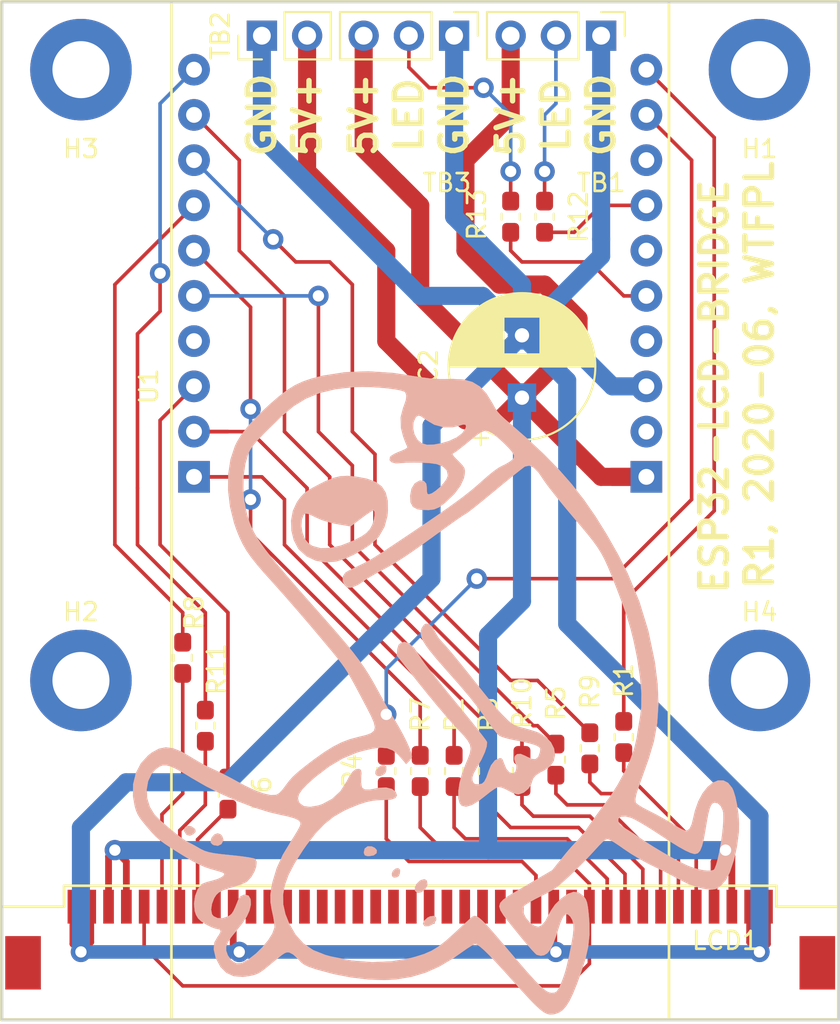
<source format=kicad_pcb>
(kicad_pcb (version 20171130) (host pcbnew "(5.0.0)")

  (general
    (thickness 1.6)
    (drawings 20)
    (tracks 244)
    (zones 0)
    (modules 24)
    (nets 52)
  )

  (page A4)
  (layers
    (0 F.Cu signal)
    (31 B.Cu signal)
    (32 B.Adhes user)
    (33 F.Adhes user)
    (34 B.Paste user)
    (35 F.Paste user)
    (36 B.SilkS user)
    (37 F.SilkS user)
    (38 B.Mask user)
    (39 F.Mask user)
    (40 Dwgs.User user hide)
    (41 Cmts.User user)
    (42 Eco1.User user)
    (43 Eco2.User user)
    (44 Edge.Cuts user)
    (45 Margin user)
    (46 B.CrtYd user hide)
    (47 F.CrtYd user hide)
    (48 B.Fab user hide)
    (49 F.Fab user hide)
  )

  (setup
    (last_trace_width 0.2032)
    (trace_clearance 0.2032)
    (zone_clearance 0.508)
    (zone_45_only no)
    (trace_min 0.2)
    (segment_width 0.2)
    (edge_width 0.15)
    (via_size 1.143)
    (via_drill 0.635)
    (via_min_size 0.4)
    (via_min_drill 0.3)
    (uvia_size 0.3)
    (uvia_drill 0.1)
    (uvias_allowed no)
    (uvia_min_size 0.2)
    (uvia_min_drill 0.1)
    (pcb_text_width 0.3)
    (pcb_text_size 1.5 1.5)
    (mod_edge_width 0.15)
    (mod_text_size 1 1)
    (mod_text_width 0.15)
    (pad_size 1.524 1.524)
    (pad_drill 0.762)
    (pad_to_mask_clearance 0.2)
    (aux_axis_origin 0 0)
    (visible_elements 7FFFFFFF)
    (pcbplotparams
      (layerselection 0x010fc_ffffffff)
      (usegerberextensions false)
      (usegerberattributes false)
      (usegerberadvancedattributes false)
      (creategerberjobfile false)
      (excludeedgelayer true)
      (linewidth 0.100000)
      (plotframeref false)
      (viasonmask false)
      (mode 1)
      (useauxorigin false)
      (hpglpennumber 1)
      (hpglpenspeed 20)
      (hpglpendiameter 15.000000)
      (psnegative false)
      (psa4output false)
      (plotreference true)
      (plotvalue true)
      (plotinvisibletext false)
      (padsonsilk false)
      (subtractmaskfromsilk false)
      (outputformat 1)
      (mirror false)
      (drillshape 1)
      (scaleselection 1)
      (outputdirectory ""))
  )

  (net 0 "")
  (net 1 "Net-(R12-Pad2)")
  (net 2 "Net-(R12-Pad1)")
  (net 3 GND)
  (net 4 +5V)
  (net 5 "Net-(LCD1-Pad12)")
  (net 6 "Net-(LCD1-Pad15)")
  (net 7 "Net-(LCD1-Pad16)")
  (net 8 "Net-(LCD1-Pad17)")
  (net 9 "Net-(LCD1-Pad18)")
  (net 10 "Net-(LCD1-Pad19)")
  (net 11 "Net-(LCD1-Pad20)")
  (net 12 "Net-(LCD1-Pad21)")
  (net 13 "Net-(LCD1-Pad22)")
  (net 14 "Net-(LCD1-Pad23)")
  (net 15 "Net-(LCD1-Pad24)")
  (net 16 "Net-(LCD1-Pad25)")
  (net 17 "Net-(LCD1-Pad26)")
  (net 18 "Net-(LCD1-Pad27)")
  (net 19 "Net-(LCD1-Pad28)")
  (net 20 "Net-(LCD1-Pad29)")
  (net 21 "Net-(LCD1-Pad30)")
  (net 22 "Net-(LCD1-Pad32)")
  (net 23 "Net-(U1-Pad2)")
  (net 24 "Net-(U1-Pad4)")
  (net 25 "Net-(U1-Pad6)")
  (net 26 "Net-(U1-Pad8)")
  (net 27 "Net-(U1-Pad14)")
  (net 28 "Net-(R13-Pad1)")
  (net 29 "Net-(R13-Pad2)")
  (net 30 /CTP_SCL)
  (net 31 /CTP_SDA)
  (net 32 /SCK)
  (net 33 /SDO)
  (net 34 /SCS)
  (net 35 /INT)
  (net 36 /WAIT)
  (net 37 /BL_PWM)
  (net 38 /SDI)
  (net 39 /CP_INT)
  (net 40 /RESET)
  (net 41 /I_CTP_SCL)
  (net 42 /I_CTP_SDA)
  (net 43 /I_SCK)
  (net 44 /I_SDO)
  (net 45 /I_SCS)
  (net 46 /I_INT)
  (net 47 /I_WAIT)
  (net 48 /I_BL_PWM)
  (net 49 /I_SDI)
  (net 50 /I_CP_INT)
  (net 51 /I_RESET)

  (net_class Default "This is the default net class."
    (clearance 0.2032)
    (trace_width 0.2032)
    (via_dia 1.143)
    (via_drill 0.635)
    (uvia_dia 0.3)
    (uvia_drill 0.1)
    (add_net +5V)
    (add_net /BL_PWM)
    (add_net /CP_INT)
    (add_net /CTP_SCL)
    (add_net /CTP_SDA)
    (add_net /INT)
    (add_net /I_BL_PWM)
    (add_net /I_CP_INT)
    (add_net /I_CTP_SCL)
    (add_net /I_CTP_SDA)
    (add_net /I_INT)
    (add_net /I_RESET)
    (add_net /I_SCK)
    (add_net /I_SCS)
    (add_net /I_SDI)
    (add_net /I_SDO)
    (add_net /I_WAIT)
    (add_net /RESET)
    (add_net /SCK)
    (add_net /SCS)
    (add_net /SDI)
    (add_net /SDO)
    (add_net /WAIT)
    (add_net GND)
    (add_net "Net-(LCD1-Pad12)")
    (add_net "Net-(LCD1-Pad15)")
    (add_net "Net-(LCD1-Pad16)")
    (add_net "Net-(LCD1-Pad17)")
    (add_net "Net-(LCD1-Pad18)")
    (add_net "Net-(LCD1-Pad19)")
    (add_net "Net-(LCD1-Pad20)")
    (add_net "Net-(LCD1-Pad21)")
    (add_net "Net-(LCD1-Pad22)")
    (add_net "Net-(LCD1-Pad23)")
    (add_net "Net-(LCD1-Pad24)")
    (add_net "Net-(LCD1-Pad25)")
    (add_net "Net-(LCD1-Pad26)")
    (add_net "Net-(LCD1-Pad27)")
    (add_net "Net-(LCD1-Pad28)")
    (add_net "Net-(LCD1-Pad29)")
    (add_net "Net-(LCD1-Pad30)")
    (add_net "Net-(LCD1-Pad32)")
    (add_net "Net-(R12-Pad1)")
    (add_net "Net-(R12-Pad2)")
    (add_net "Net-(R13-Pad1)")
    (add_net "Net-(R13-Pad2)")
    (add_net "Net-(U1-Pad14)")
    (add_net "Net-(U1-Pad2)")
    (add_net "Net-(U1-Pad4)")
    (add_net "Net-(U1-Pad6)")
    (add_net "Net-(U1-Pad8)")
  )

  (module Connector_PinHeader_2.54mm:PinHeader_1x03_P2.54mm_Vertical (layer F.Cu) (tedit 59FED5CC) (tstamp 5ED4B023)
    (at 128.905 46.355 270)
    (descr "Through hole straight pin header, 1x03, 2.54mm pitch, single row")
    (tags "Through hole pin header THT 1x03 2.54mm single row")
    (path /5ED4FEAE)
    (fp_text reference TB3 (at 8.255 0.405) (layer F.SilkS)
      (effects (font (size 1 1) (thickness 0.15)))
    )
    (fp_text value CONN_1x3 (at 0 7.41 270) (layer F.Fab)
      (effects (font (size 1 1) (thickness 0.15)))
    )
    (fp_line (start -0.635 -1.27) (end 1.27 -1.27) (layer F.Fab) (width 0.1))
    (fp_line (start 1.27 -1.27) (end 1.27 6.35) (layer F.Fab) (width 0.1))
    (fp_line (start 1.27 6.35) (end -1.27 6.35) (layer F.Fab) (width 0.1))
    (fp_line (start -1.27 6.35) (end -1.27 -0.635) (layer F.Fab) (width 0.1))
    (fp_line (start -1.27 -0.635) (end -0.635 -1.27) (layer F.Fab) (width 0.1))
    (fp_line (start -1.33 6.41) (end 1.33 6.41) (layer F.SilkS) (width 0.12))
    (fp_line (start -1.33 1.27) (end -1.33 6.41) (layer F.SilkS) (width 0.12))
    (fp_line (start 1.33 1.27) (end 1.33 6.41) (layer F.SilkS) (width 0.12))
    (fp_line (start -1.33 1.27) (end 1.33 1.27) (layer F.SilkS) (width 0.12))
    (fp_line (start -1.33 0) (end -1.33 -1.33) (layer F.SilkS) (width 0.12))
    (fp_line (start -1.33 -1.33) (end 0 -1.33) (layer F.SilkS) (width 0.12))
    (fp_line (start -1.8 -1.8) (end -1.8 6.85) (layer F.CrtYd) (width 0.05))
    (fp_line (start -1.8 6.85) (end 1.8 6.85) (layer F.CrtYd) (width 0.05))
    (fp_line (start 1.8 6.85) (end 1.8 -1.8) (layer F.CrtYd) (width 0.05))
    (fp_line (start 1.8 -1.8) (end -1.8 -1.8) (layer F.CrtYd) (width 0.05))
    (fp_text user %R (at 0 2.54) (layer F.Fab)
      (effects (font (size 1 1) (thickness 0.15)))
    )
    (pad 1 thru_hole rect (at 0 0 270) (size 1.7 1.7) (drill 1) (layers *.Cu *.Mask)
      (net 3 GND))
    (pad 2 thru_hole oval (at 0 2.54 270) (size 1.7 1.7) (drill 1) (layers *.Cu *.Mask)
      (net 28 "Net-(R13-Pad1)"))
    (pad 3 thru_hole oval (at 0 5.08 270) (size 1.7 1.7) (drill 1) (layers *.Cu *.Mask)
      (net 4 +5V))
    (model ${KISYS3DMOD}/Connector_PinHeader_2.54mm.3dshapes/PinHeader_1x03_P2.54mm_Vertical.wrl
      (at (xyz 0 0 0))
      (scale (xyz 1 1 1))
      (rotate (xyz 0 0 0))
    )
  )

  (module Resistor_SMD:R_0603_1608Metric_Pad1.05x0.95mm_HandSolder (layer F.Cu) (tedit 5B301BBD) (tstamp 5ED4BF7C)
    (at 132.08 56.515 270)
    (descr "Resistor SMD 0603 (1608 Metric), square (rectangular) end terminal, IPC_7351 nominal with elongated pad for handsoldering. (Body size source: http://www.tortai-tech.com/upload/download/2011102023233369053.pdf), generated with kicad-footprint-generator")
    (tags "resistor handsolder")
    (path /5ED4FEB5)
    (attr smd)
    (fp_text reference R13 (at -0.125 1.905 270) (layer F.SilkS)
      (effects (font (size 1 1) (thickness 0.15)))
    )
    (fp_text value 1.00kΩ (at 0 1.43 270) (layer F.Fab)
      (effects (font (size 1 1) (thickness 0.15)))
    )
    (fp_line (start -0.8 0.4) (end -0.8 -0.4) (layer F.Fab) (width 0.1))
    (fp_line (start -0.8 -0.4) (end 0.8 -0.4) (layer F.Fab) (width 0.1))
    (fp_line (start 0.8 -0.4) (end 0.8 0.4) (layer F.Fab) (width 0.1))
    (fp_line (start 0.8 0.4) (end -0.8 0.4) (layer F.Fab) (width 0.1))
    (fp_line (start -0.171267 -0.51) (end 0.171267 -0.51) (layer F.SilkS) (width 0.12))
    (fp_line (start -0.171267 0.51) (end 0.171267 0.51) (layer F.SilkS) (width 0.12))
    (fp_line (start -1.65 0.73) (end -1.65 -0.73) (layer F.CrtYd) (width 0.05))
    (fp_line (start -1.65 -0.73) (end 1.65 -0.73) (layer F.CrtYd) (width 0.05))
    (fp_line (start 1.65 -0.73) (end 1.65 0.73) (layer F.CrtYd) (width 0.05))
    (fp_line (start 1.65 0.73) (end -1.65 0.73) (layer F.CrtYd) (width 0.05))
    (fp_text user %R (at 0 0 270) (layer F.Fab)
      (effects (font (size 0.4 0.4) (thickness 0.06)))
    )
    (pad 1 smd roundrect (at -0.875 0 270) (size 1.05 0.95) (layers F.Cu F.Paste F.Mask) (roundrect_rratio 0.25)
      (net 28 "Net-(R13-Pad1)"))
    (pad 2 smd roundrect (at 0.875 0 270) (size 1.05 0.95) (layers F.Cu F.Paste F.Mask) (roundrect_rratio 0.25)
      (net 29 "Net-(R13-Pad2)"))
    (model ${KISYS3DMOD}/Resistor_SMD.3dshapes/R_0603_1608Metric.wrl
      (at (xyz 0 0 0))
      (scale (xyz 1 1 1))
      (rotate (xyz 0 0 0))
    )
  )

  (module Connector_PinHeader_2.54mm:PinHeader_1x02_P2.54mm_Vertical (layer F.Cu) (tedit 59FED5CC) (tstamp 5ED4BFDD)
    (at 118.11 46.355 90)
    (descr "Through hole straight pin header, 1x02, 2.54mm pitch, single row")
    (tags "Through hole pin header THT 1x02 2.54mm single row")
    (path /5ED4BA85)
    (fp_text reference TB2 (at 0 -2.33 90) (layer F.SilkS)
      (effects (font (size 1 1) (thickness 0.15)))
    )
    (fp_text value Conn_01x02 (at 0 4.87 90) (layer F.Fab)
      (effects (font (size 1 1) (thickness 0.15)))
    )
    (fp_line (start -0.635 -1.27) (end 1.27 -1.27) (layer F.Fab) (width 0.1))
    (fp_line (start 1.27 -1.27) (end 1.27 3.81) (layer F.Fab) (width 0.1))
    (fp_line (start 1.27 3.81) (end -1.27 3.81) (layer F.Fab) (width 0.1))
    (fp_line (start -1.27 3.81) (end -1.27 -0.635) (layer F.Fab) (width 0.1))
    (fp_line (start -1.27 -0.635) (end -0.635 -1.27) (layer F.Fab) (width 0.1))
    (fp_line (start -1.33 3.87) (end 1.33 3.87) (layer F.SilkS) (width 0.12))
    (fp_line (start -1.33 1.27) (end -1.33 3.87) (layer F.SilkS) (width 0.12))
    (fp_line (start 1.33 1.27) (end 1.33 3.87) (layer F.SilkS) (width 0.12))
    (fp_line (start -1.33 1.27) (end 1.33 1.27) (layer F.SilkS) (width 0.12))
    (fp_line (start -1.33 0) (end -1.33 -1.33) (layer F.SilkS) (width 0.12))
    (fp_line (start -1.33 -1.33) (end 0 -1.33) (layer F.SilkS) (width 0.12))
    (fp_line (start -1.8 -1.8) (end -1.8 4.35) (layer F.CrtYd) (width 0.05))
    (fp_line (start -1.8 4.35) (end 1.8 4.35) (layer F.CrtYd) (width 0.05))
    (fp_line (start 1.8 4.35) (end 1.8 -1.8) (layer F.CrtYd) (width 0.05))
    (fp_line (start 1.8 -1.8) (end -1.8 -1.8) (layer F.CrtYd) (width 0.05))
    (fp_text user %R (at 0 1.27 180) (layer F.Fab)
      (effects (font (size 1 1) (thickness 0.15)))
    )
    (pad 1 thru_hole rect (at 0 0 90) (size 1.7 1.7) (drill 1) (layers *.Cu *.Mask)
      (net 3 GND))
    (pad 2 thru_hole oval (at 0 2.54 90) (size 1.7 1.7) (drill 1) (layers *.Cu *.Mask)
      (net 4 +5V))
    (model ${KISYS3DMOD}/Connector_PinHeader_2.54mm.3dshapes/PinHeader_1x02_P2.54mm_Vertical.wrl
      (at (xyz 0 0 0))
      (scale (xyz 1 1 1))
      (rotate (xyz 0 0 0))
    )
  )

  (module MountingHole:MountingHole_3.2mm_M3_ISO7380_Pad (layer F.Cu) (tedit 56D1B4CB) (tstamp 5ED4DCF7)
    (at 107.95 82.55)
    (descr "Mounting Hole 3.2mm, M3, ISO7380")
    (tags "mounting hole 3.2mm m3 iso7380")
    (path /5ED3BE30)
    (attr virtual)
    (fp_text reference H2 (at 0 -3.85) (layer F.SilkS)
      (effects (font (size 1 1) (thickness 0.15)))
    )
    (fp_text value MountingHole (at 0 3.85) (layer F.Fab)
      (effects (font (size 1 1) (thickness 0.15)))
    )
    (fp_circle (center 0 0) (end 3.1 0) (layer F.CrtYd) (width 0.05))
    (fp_circle (center 0 0) (end 2.85 0) (layer Cmts.User) (width 0.15))
    (fp_text user %R (at 0.3 0) (layer F.Fab)
      (effects (font (size 1 1) (thickness 0.15)))
    )
    (pad 1 thru_hole circle (at 0 0) (size 5.7 5.7) (drill 3.2) (layers *.Cu *.Mask))
  )

  (module MountingHole:MountingHole_3.2mm_M3_ISO7380_Pad (layer F.Cu) (tedit 56D1B4CB) (tstamp 5ED4CEF2)
    (at 107.95 48.26)
    (descr "Mounting Hole 3.2mm, M3, ISO7380")
    (tags "mounting hole 3.2mm m3 iso7380")
    (path /5ED3BE70)
    (attr virtual)
    (fp_text reference H3 (at 0 4.445) (layer F.SilkS)
      (effects (font (size 1 1) (thickness 0.15)))
    )
    (fp_text value MountingHole (at 0 3.85) (layer F.Fab)
      (effects (font (size 1 1) (thickness 0.15)))
    )
    (fp_text user %R (at 0.3 0) (layer F.Fab)
      (effects (font (size 1 1) (thickness 0.15)))
    )
    (fp_circle (center 0 0) (end 2.85 0) (layer Cmts.User) (width 0.15))
    (fp_circle (center 0 0) (end 3.1 0) (layer F.CrtYd) (width 0.05))
    (pad 1 thru_hole circle (at 0 0) (size 5.7 5.7) (drill 3.2) (layers *.Cu *.Mask))
  )

  (module MountingHole:MountingHole_3.2mm_M3_ISO7380_Pad (layer F.Cu) (tedit 56D1B4CB) (tstamp 5ED4DCC5)
    (at 146.05 82.55)
    (descr "Mounting Hole 3.2mm, M3, ISO7380")
    (tags "mounting hole 3.2mm m3 iso7380")
    (path /5ED3BEB2)
    (attr virtual)
    (fp_text reference H4 (at 0 -3.85) (layer F.SilkS)
      (effects (font (size 1 1) (thickness 0.15)))
    )
    (fp_text value MountingHole (at 0 3.85) (layer F.Fab)
      (effects (font (size 1 1) (thickness 0.15)))
    )
    (fp_circle (center 0 0) (end 3.1 0) (layer F.CrtYd) (width 0.05))
    (fp_circle (center 0 0) (end 2.85 0) (layer Cmts.User) (width 0.15))
    (fp_text user %R (at 0.3 0) (layer F.Fab)
      (effects (font (size 1 1) (thickness 0.15)))
    )
    (pad 1 thru_hole circle (at 0 0) (size 5.7 5.7) (drill 3.2) (layers *.Cu *.Mask))
  )

  (module MountingHole:MountingHole_3.2mm_M3_ISO7380_Pad (layer F.Cu) (tedit 56D1B4CB) (tstamp 5ED4CEE2)
    (at 146.05 48.26)
    (descr "Mounting Hole 3.2mm, M3, ISO7380")
    (tags "mounting hole 3.2mm m3 iso7380")
    (path /5ED3BC3E)
    (attr virtual)
    (fp_text reference H1 (at 0 4.445) (layer F.SilkS)
      (effects (font (size 1 1) (thickness 0.15)))
    )
    (fp_text value MountingHole (at 0 3.85) (layer F.Fab)
      (effects (font (size 1 1) (thickness 0.15)))
    )
    (fp_text user %R (at 0.3 0) (layer F.Fab)
      (effects (font (size 1 1) (thickness 0.15)))
    )
    (fp_circle (center 0 0) (end 2.85 0) (layer Cmts.User) (width 0.15))
    (fp_circle (center 0 0) (end 3.1 0) (layer F.CrtYd) (width 0.05))
    (pad 1 thru_hole circle (at 0 0) (size 5.7 5.7) (drill 3.2) (layers *.Cu *.Mask))
  )

  (module Resistor_SMD:R_0603_1608Metric_Pad1.05x0.95mm_HandSolder (layer F.Cu) (tedit 5B301BBD) (tstamp 5ED4BC28)
    (at 133.985 56.515 270)
    (descr "Resistor SMD 0603 (1608 Metric), square (rectangular) end terminal, IPC_7351 nominal with elongated pad for handsoldering. (Body size source: http://www.tortai-tech.com/upload/download/2011102023233369053.pdf), generated with kicad-footprint-generator")
    (tags "resistor handsolder")
    (path /5ED401FC)
    (attr smd)
    (fp_text reference R12 (at 0 -1.905 270) (layer F.SilkS)
      (effects (font (size 1 1) (thickness 0.15)))
    )
    (fp_text value 1.00kΩ (at 0 1.43 270) (layer F.Fab)
      (effects (font (size 1 1) (thickness 0.15)))
    )
    (fp_text user %R (at 0 0 270) (layer F.Fab)
      (effects (font (size 0.4 0.4) (thickness 0.06)))
    )
    (fp_line (start 1.65 0.73) (end -1.65 0.73) (layer F.CrtYd) (width 0.05))
    (fp_line (start 1.65 -0.73) (end 1.65 0.73) (layer F.CrtYd) (width 0.05))
    (fp_line (start -1.65 -0.73) (end 1.65 -0.73) (layer F.CrtYd) (width 0.05))
    (fp_line (start -1.65 0.73) (end -1.65 -0.73) (layer F.CrtYd) (width 0.05))
    (fp_line (start -0.171267 0.51) (end 0.171267 0.51) (layer F.SilkS) (width 0.12))
    (fp_line (start -0.171267 -0.51) (end 0.171267 -0.51) (layer F.SilkS) (width 0.12))
    (fp_line (start 0.8 0.4) (end -0.8 0.4) (layer F.Fab) (width 0.1))
    (fp_line (start 0.8 -0.4) (end 0.8 0.4) (layer F.Fab) (width 0.1))
    (fp_line (start -0.8 -0.4) (end 0.8 -0.4) (layer F.Fab) (width 0.1))
    (fp_line (start -0.8 0.4) (end -0.8 -0.4) (layer F.Fab) (width 0.1))
    (pad 2 smd roundrect (at 0.875 0 270) (size 1.05 0.95) (layers F.Cu F.Paste F.Mask) (roundrect_rratio 0.25)
      (net 1 "Net-(R12-Pad2)"))
    (pad 1 smd roundrect (at -0.875 0 270) (size 1.05 0.95) (layers F.Cu F.Paste F.Mask) (roundrect_rratio 0.25)
      (net 2 "Net-(R12-Pad1)"))
    (model ${KISYS3DMOD}/Resistor_SMD.3dshapes/R_0603_1608Metric.wrl
      (at (xyz 0 0 0))
      (scale (xyz 1 1 1))
      (rotate (xyz 0 0 0))
    )
  )

  (module Resistor_SMD:R_0603_1608Metric_Pad1.05x0.95mm_HandSolder (layer F.Cu) (tedit 5B301BBD) (tstamp 5ED49EC1)
    (at 114.935 85.09 90)
    (descr "Resistor SMD 0603 (1608 Metric), square (rectangular) end terminal, IPC_7351 nominal with elongated pad for handsoldering. (Body size source: http://www.tortai-tech.com/upload/download/2011102023233369053.pdf), generated with kicad-footprint-generator")
    (tags "resistor handsolder")
    (path /5ED446B3)
    (attr smd)
    (fp_text reference R11 (at 3.175 0.635 90) (layer F.SilkS)
      (effects (font (size 1 1) (thickness 0.15)))
    )
    (fp_text value 1.00kΩ (at 0 1.43 90) (layer F.Fab)
      (effects (font (size 1 1) (thickness 0.15)))
    )
    (fp_line (start -0.8 0.4) (end -0.8 -0.4) (layer F.Fab) (width 0.1))
    (fp_line (start -0.8 -0.4) (end 0.8 -0.4) (layer F.Fab) (width 0.1))
    (fp_line (start 0.8 -0.4) (end 0.8 0.4) (layer F.Fab) (width 0.1))
    (fp_line (start 0.8 0.4) (end -0.8 0.4) (layer F.Fab) (width 0.1))
    (fp_line (start -0.171267 -0.51) (end 0.171267 -0.51) (layer F.SilkS) (width 0.12))
    (fp_line (start -0.171267 0.51) (end 0.171267 0.51) (layer F.SilkS) (width 0.12))
    (fp_line (start -1.65 0.73) (end -1.65 -0.73) (layer F.CrtYd) (width 0.05))
    (fp_line (start -1.65 -0.73) (end 1.65 -0.73) (layer F.CrtYd) (width 0.05))
    (fp_line (start 1.65 -0.73) (end 1.65 0.73) (layer F.CrtYd) (width 0.05))
    (fp_line (start 1.65 0.73) (end -1.65 0.73) (layer F.CrtYd) (width 0.05))
    (fp_text user %R (at 0 0 90) (layer F.Fab)
      (effects (font (size 0.4 0.4) (thickness 0.06)))
    )
    (pad 1 smd roundrect (at -0.875 0 90) (size 1.05 0.95) (layers F.Cu F.Paste F.Mask) (roundrect_rratio 0.25)
      (net 31 /CTP_SDA))
    (pad 2 smd roundrect (at 0.875 0 90) (size 1.05 0.95) (layers F.Cu F.Paste F.Mask) (roundrect_rratio 0.25)
      (net 42 /I_CTP_SDA))
    (model ${KISYS3DMOD}/Resistor_SMD.3dshapes/R_0603_1608Metric.wrl
      (at (xyz 0 0 0))
      (scale (xyz 1 1 1))
      (rotate (xyz 0 0 0))
    )
  )

  (module Resistor_SMD:R_0603_1608Metric_Pad1.05x0.95mm_HandSolder (layer F.Cu) (tedit 5B301BBD) (tstamp 5ED4DD1E)
    (at 132.715 87.63 90)
    (descr "Resistor SMD 0603 (1608 Metric), square (rectangular) end terminal, IPC_7351 nominal with elongated pad for handsoldering. (Body size source: http://www.tortai-tech.com/upload/download/2011102023233369053.pdf), generated with kicad-footprint-generator")
    (tags "resistor handsolder")
    (path /5ED44687)
    (attr smd)
    (fp_text reference R10 (at 3.81 0 90) (layer F.SilkS)
      (effects (font (size 1 1) (thickness 0.15)))
    )
    (fp_text value 1.00kΩ (at 0 1.43 90) (layer F.Fab)
      (effects (font (size 1 1) (thickness 0.15)))
    )
    (fp_text user %R (at 0 0 90) (layer F.Fab)
      (effects (font (size 0.4 0.4) (thickness 0.06)))
    )
    (fp_line (start 1.65 0.73) (end -1.65 0.73) (layer F.CrtYd) (width 0.05))
    (fp_line (start 1.65 -0.73) (end 1.65 0.73) (layer F.CrtYd) (width 0.05))
    (fp_line (start -1.65 -0.73) (end 1.65 -0.73) (layer F.CrtYd) (width 0.05))
    (fp_line (start -1.65 0.73) (end -1.65 -0.73) (layer F.CrtYd) (width 0.05))
    (fp_line (start -0.171267 0.51) (end 0.171267 0.51) (layer F.SilkS) (width 0.12))
    (fp_line (start -0.171267 -0.51) (end 0.171267 -0.51) (layer F.SilkS) (width 0.12))
    (fp_line (start 0.8 0.4) (end -0.8 0.4) (layer F.Fab) (width 0.1))
    (fp_line (start 0.8 -0.4) (end 0.8 0.4) (layer F.Fab) (width 0.1))
    (fp_line (start -0.8 -0.4) (end 0.8 -0.4) (layer F.Fab) (width 0.1))
    (fp_line (start -0.8 0.4) (end -0.8 -0.4) (layer F.Fab) (width 0.1))
    (pad 2 smd roundrect (at 0.875 0 90) (size 1.05 0.95) (layers F.Cu F.Paste F.Mask) (roundrect_rratio 0.25)
      (net 43 /I_SCK))
    (pad 1 smd roundrect (at -0.875 0 90) (size 1.05 0.95) (layers F.Cu F.Paste F.Mask) (roundrect_rratio 0.25)
      (net 32 /SCK))
    (model ${KISYS3DMOD}/Resistor_SMD.3dshapes/R_0603_1608Metric.wrl
      (at (xyz 0 0 0))
      (scale (xyz 1 1 1))
      (rotate (xyz 0 0 0))
    )
  )

  (module Resistor_SMD:R_0603_1608Metric_Pad1.05x0.95mm_HandSolder (layer F.Cu) (tedit 5B301BBD) (tstamp 5ED4DCEE)
    (at 136.525 86.36 90)
    (descr "Resistor SMD 0603 (1608 Metric), square (rectangular) end terminal, IPC_7351 nominal with elongated pad for handsoldering. (Body size source: http://www.tortai-tech.com/upload/download/2011102023233369053.pdf), generated with kicad-footprint-generator")
    (tags "resistor handsolder")
    (path /5ED44659)
    (attr smd)
    (fp_text reference R9 (at 3.175 0 90) (layer F.SilkS)
      (effects (font (size 1 1) (thickness 0.15)))
    )
    (fp_text value 1.00kΩ (at 0 1.43 90) (layer F.Fab)
      (effects (font (size 1 1) (thickness 0.15)))
    )
    (fp_line (start -0.8 0.4) (end -0.8 -0.4) (layer F.Fab) (width 0.1))
    (fp_line (start -0.8 -0.4) (end 0.8 -0.4) (layer F.Fab) (width 0.1))
    (fp_line (start 0.8 -0.4) (end 0.8 0.4) (layer F.Fab) (width 0.1))
    (fp_line (start 0.8 0.4) (end -0.8 0.4) (layer F.Fab) (width 0.1))
    (fp_line (start -0.171267 -0.51) (end 0.171267 -0.51) (layer F.SilkS) (width 0.12))
    (fp_line (start -0.171267 0.51) (end 0.171267 0.51) (layer F.SilkS) (width 0.12))
    (fp_line (start -1.65 0.73) (end -1.65 -0.73) (layer F.CrtYd) (width 0.05))
    (fp_line (start -1.65 -0.73) (end 1.65 -0.73) (layer F.CrtYd) (width 0.05))
    (fp_line (start 1.65 -0.73) (end 1.65 0.73) (layer F.CrtYd) (width 0.05))
    (fp_line (start 1.65 0.73) (end -1.65 0.73) (layer F.CrtYd) (width 0.05))
    (fp_text user %R (at 0 0 90) (layer F.Fab)
      (effects (font (size 0.4 0.4) (thickness 0.06)))
    )
    (pad 1 smd roundrect (at -0.875 0 90) (size 1.05 0.95) (layers F.Cu F.Paste F.Mask) (roundrect_rratio 0.25)
      (net 33 /SDO))
    (pad 2 smd roundrect (at 0.875 0 90) (size 1.05 0.95) (layers F.Cu F.Paste F.Mask) (roundrect_rratio 0.25)
      (net 44 /I_SDO))
    (model ${KISYS3DMOD}/Resistor_SMD.3dshapes/R_0603_1608Metric.wrl
      (at (xyz 0 0 0))
      (scale (xyz 1 1 1))
      (rotate (xyz 0 0 0))
    )
  )

  (module Resistor_SMD:R_0603_1608Metric_Pad1.05x0.95mm_HandSolder (layer F.Cu) (tedit 5B301BBD) (tstamp 5ED49E91)
    (at 113.665 81.28 90)
    (descr "Resistor SMD 0603 (1608 Metric), square (rectangular) end terminal, IPC_7351 nominal with elongated pad for handsoldering. (Body size source: http://www.tortai-tech.com/upload/download/2011102023233369053.pdf), generated with kicad-footprint-generator")
    (tags "resistor handsolder")
    (path /5ED44631)
    (attr smd)
    (fp_text reference R8 (at 2.54 0.635 90) (layer F.SilkS)
      (effects (font (size 1 1) (thickness 0.15)))
    )
    (fp_text value 1.00kΩ (at 0 1.43 90) (layer F.Fab)
      (effects (font (size 1 1) (thickness 0.15)))
    )
    (fp_text user %R (at 0 0 90) (layer F.Fab)
      (effects (font (size 0.4 0.4) (thickness 0.06)))
    )
    (fp_line (start 1.65 0.73) (end -1.65 0.73) (layer F.CrtYd) (width 0.05))
    (fp_line (start 1.65 -0.73) (end 1.65 0.73) (layer F.CrtYd) (width 0.05))
    (fp_line (start -1.65 -0.73) (end 1.65 -0.73) (layer F.CrtYd) (width 0.05))
    (fp_line (start -1.65 0.73) (end -1.65 -0.73) (layer F.CrtYd) (width 0.05))
    (fp_line (start -0.171267 0.51) (end 0.171267 0.51) (layer F.SilkS) (width 0.12))
    (fp_line (start -0.171267 -0.51) (end 0.171267 -0.51) (layer F.SilkS) (width 0.12))
    (fp_line (start 0.8 0.4) (end -0.8 0.4) (layer F.Fab) (width 0.1))
    (fp_line (start 0.8 -0.4) (end 0.8 0.4) (layer F.Fab) (width 0.1))
    (fp_line (start -0.8 -0.4) (end 0.8 -0.4) (layer F.Fab) (width 0.1))
    (fp_line (start -0.8 0.4) (end -0.8 -0.4) (layer F.Fab) (width 0.1))
    (pad 2 smd roundrect (at 0.875 0 90) (size 1.05 0.95) (layers F.Cu F.Paste F.Mask) (roundrect_rratio 0.25)
      (net 41 /I_CTP_SCL))
    (pad 1 smd roundrect (at -0.875 0 90) (size 1.05 0.95) (layers F.Cu F.Paste F.Mask) (roundrect_rratio 0.25)
      (net 30 /CTP_SCL))
    (model ${KISYS3DMOD}/Resistor_SMD.3dshapes/R_0603_1608Metric.wrl
      (at (xyz 0 0 0))
      (scale (xyz 1 1 1))
      (rotate (xyz 0 0 0))
    )
  )

  (module Resistor_SMD:R_0603_1608Metric_Pad1.05x0.95mm_HandSolder (layer F.Cu) (tedit 5B301BBD) (tstamp 5ED49E81)
    (at 127 87.63 90)
    (descr "Resistor SMD 0603 (1608 Metric), square (rectangular) end terminal, IPC_7351 nominal with elongated pad for handsoldering. (Body size source: http://www.tortai-tech.com/upload/download/2011102023233369053.pdf), generated with kicad-footprint-generator")
    (tags "resistor handsolder")
    (path /5ED4460B)
    (attr smd)
    (fp_text reference R7 (at 3.175 0 90) (layer F.SilkS)
      (effects (font (size 1 1) (thickness 0.15)))
    )
    (fp_text value 1.00kΩ (at 0 1.43 90) (layer F.Fab)
      (effects (font (size 1 1) (thickness 0.15)))
    )
    (fp_line (start -0.8 0.4) (end -0.8 -0.4) (layer F.Fab) (width 0.1))
    (fp_line (start -0.8 -0.4) (end 0.8 -0.4) (layer F.Fab) (width 0.1))
    (fp_line (start 0.8 -0.4) (end 0.8 0.4) (layer F.Fab) (width 0.1))
    (fp_line (start 0.8 0.4) (end -0.8 0.4) (layer F.Fab) (width 0.1))
    (fp_line (start -0.171267 -0.51) (end 0.171267 -0.51) (layer F.SilkS) (width 0.12))
    (fp_line (start -0.171267 0.51) (end 0.171267 0.51) (layer F.SilkS) (width 0.12))
    (fp_line (start -1.65 0.73) (end -1.65 -0.73) (layer F.CrtYd) (width 0.05))
    (fp_line (start -1.65 -0.73) (end 1.65 -0.73) (layer F.CrtYd) (width 0.05))
    (fp_line (start 1.65 -0.73) (end 1.65 0.73) (layer F.CrtYd) (width 0.05))
    (fp_line (start 1.65 0.73) (end -1.65 0.73) (layer F.CrtYd) (width 0.05))
    (fp_text user %R (at 0 0 90) (layer F.Fab)
      (effects (font (size 0.4 0.4) (thickness 0.06)))
    )
    (pad 1 smd roundrect (at -0.875 0 90) (size 1.05 0.95) (layers F.Cu F.Paste F.Mask) (roundrect_rratio 0.25)
      (net 40 /RESET))
    (pad 2 smd roundrect (at 0.875 0 90) (size 1.05 0.95) (layers F.Cu F.Paste F.Mask) (roundrect_rratio 0.25)
      (net 51 /I_RESET))
    (model ${KISYS3DMOD}/Resistor_SMD.3dshapes/R_0603_1608Metric.wrl
      (at (xyz 0 0 0))
      (scale (xyz 1 1 1))
      (rotate (xyz 0 0 0))
    )
  )

  (module Resistor_SMD:R_0603_1608Metric_Pad1.05x0.95mm_HandSolder (layer F.Cu) (tedit 5B301BBD) (tstamp 5ED4A98C)
    (at 116.205 88.9 90)
    (descr "Resistor SMD 0603 (1608 Metric), square (rectangular) end terminal, IPC_7351 nominal with elongated pad for handsoldering. (Body size source: http://www.tortai-tech.com/upload/download/2011102023233369053.pdf), generated with kicad-footprint-generator")
    (tags "resistor handsolder")
    (path /5ED445E3)
    (attr smd)
    (fp_text reference R6 (at 0 1.905 90) (layer F.SilkS)
      (effects (font (size 1 1) (thickness 0.15)))
    )
    (fp_text value 1.00kΩ (at 0 1.43 90) (layer F.Fab)
      (effects (font (size 1 1) (thickness 0.15)))
    )
    (fp_text user %R (at 0 0 90) (layer F.Fab)
      (effects (font (size 0.4 0.4) (thickness 0.06)))
    )
    (fp_line (start 1.65 0.73) (end -1.65 0.73) (layer F.CrtYd) (width 0.05))
    (fp_line (start 1.65 -0.73) (end 1.65 0.73) (layer F.CrtYd) (width 0.05))
    (fp_line (start -1.65 -0.73) (end 1.65 -0.73) (layer F.CrtYd) (width 0.05))
    (fp_line (start -1.65 0.73) (end -1.65 -0.73) (layer F.CrtYd) (width 0.05))
    (fp_line (start -0.171267 0.51) (end 0.171267 0.51) (layer F.SilkS) (width 0.12))
    (fp_line (start -0.171267 -0.51) (end 0.171267 -0.51) (layer F.SilkS) (width 0.12))
    (fp_line (start 0.8 0.4) (end -0.8 0.4) (layer F.Fab) (width 0.1))
    (fp_line (start 0.8 -0.4) (end 0.8 0.4) (layer F.Fab) (width 0.1))
    (fp_line (start -0.8 -0.4) (end 0.8 -0.4) (layer F.Fab) (width 0.1))
    (fp_line (start -0.8 0.4) (end -0.8 -0.4) (layer F.Fab) (width 0.1))
    (pad 2 smd roundrect (at 0.875 0 90) (size 1.05 0.95) (layers F.Cu F.Paste F.Mask) (roundrect_rratio 0.25)
      (net 50 /I_CP_INT))
    (pad 1 smd roundrect (at -0.875 0 90) (size 1.05 0.95) (layers F.Cu F.Paste F.Mask) (roundrect_rratio 0.25)
      (net 39 /CP_INT))
    (model ${KISYS3DMOD}/Resistor_SMD.3dshapes/R_0603_1608Metric.wrl
      (at (xyz 0 0 0))
      (scale (xyz 1 1 1))
      (rotate (xyz 0 0 0))
    )
  )

  (module Resistor_SMD:R_0603_1608Metric_Pad1.05x0.95mm_HandSolder (layer F.Cu) (tedit 5ED4A872) (tstamp 5ED4DD7E)
    (at 134.62 86.995 90)
    (descr "Resistor SMD 0603 (1608 Metric), square (rectangular) end terminal, IPC_7351 nominal with elongated pad for handsoldering. (Body size source: http://www.tortai-tech.com/upload/download/2011102023233369053.pdf), generated with kicad-footprint-generator")
    (tags "resistor handsolder")
    (path /5ED445C1)
    (attr smd)
    (fp_text reference R5 (at 3.175 0 90) (layer F.SilkS)
      (effects (font (size 1 1) (thickness 0.15)))
    )
    (fp_text value 1.00kΩ (at 0 1.43 90) (layer F.Fab)
      (effects (font (size 1 1) (thickness 0.15)))
    )
    (fp_line (start -0.8 0.4) (end -0.8 -0.4) (layer F.Fab) (width 0.1))
    (fp_line (start -0.8 -0.4) (end 0.8 -0.4) (layer F.Fab) (width 0.1))
    (fp_line (start 0.8 -0.4) (end 0.8 0.4) (layer F.Fab) (width 0.1))
    (fp_line (start 0.8 0.4) (end -0.8 0.4) (layer F.Fab) (width 0.1))
    (fp_line (start -0.171267 -0.51) (end 0.171267 -0.51) (layer F.SilkS) (width 0.12))
    (fp_line (start -0.171267 0.51) (end 0.171267 0.51) (layer F.SilkS) (width 0.12))
    (fp_line (start -1.65 0.73) (end -1.65 -0.73) (layer F.CrtYd) (width 0.05))
    (fp_line (start -1.65 -0.73) (end 1.65 -0.73) (layer F.CrtYd) (width 0.05))
    (fp_line (start 1.65 -0.73) (end 1.65 0.73) (layer F.CrtYd) (width 0.05))
    (fp_line (start 1.65 0.73) (end -1.65 0.73) (layer F.CrtYd) (width 0.05))
    (fp_text user %R (at 0 0 90) (layer F.Fab)
      (effects (font (size 0.4 0.4) (thickness 0.06)))
    )
    (pad 1 smd roundrect (at -0.875 0 90) (size 1.05 0.95) (layers F.Cu F.Paste F.Mask) (roundrect_rratio 0.25)
      (net 38 /SDI))
    (pad 2 smd roundrect (at 0.875 0 90) (size 1.05 0.95) (layers F.Cu F.Paste F.Mask) (roundrect_rratio 0.25)
      (net 49 /I_SDI))
    (model ${KISYS3DMOD}/Resistor_SMD.3dshapes/R_0603_1608Metric.wrl
      (at (xyz 0 0 0))
      (scale (xyz 1 1 1))
      (rotate (xyz 0 0 0))
    )
  )

  (module Resistor_SMD:R_0603_1608Metric_Pad1.05x0.95mm_HandSolder (layer F.Cu) (tedit 5B301BBD) (tstamp 5ED4CBDA)
    (at 125.095 87.63 90)
    (descr "Resistor SMD 0603 (1608 Metric), square (rectangular) end terminal, IPC_7351 nominal with elongated pad for handsoldering. (Body size source: http://www.tortai-tech.com/upload/download/2011102023233369053.pdf), generated with kicad-footprint-generator")
    (tags "resistor handsolder")
    (path /5ED445A1)
    (attr smd)
    (fp_text reference R4 (at 0 -1.905 90) (layer F.SilkS)
      (effects (font (size 1 1) (thickness 0.15)))
    )
    (fp_text value 1.00kΩ (at 0 1.43 90) (layer F.Fab)
      (effects (font (size 1 1) (thickness 0.15)))
    )
    (fp_text user %R (at 0 0 90) (layer F.Fab)
      (effects (font (size 0.4 0.4) (thickness 0.06)))
    )
    (fp_line (start 1.65 0.73) (end -1.65 0.73) (layer F.CrtYd) (width 0.05))
    (fp_line (start 1.65 -0.73) (end 1.65 0.73) (layer F.CrtYd) (width 0.05))
    (fp_line (start -1.65 -0.73) (end 1.65 -0.73) (layer F.CrtYd) (width 0.05))
    (fp_line (start -1.65 0.73) (end -1.65 -0.73) (layer F.CrtYd) (width 0.05))
    (fp_line (start -0.171267 0.51) (end 0.171267 0.51) (layer F.SilkS) (width 0.12))
    (fp_line (start -0.171267 -0.51) (end 0.171267 -0.51) (layer F.SilkS) (width 0.12))
    (fp_line (start 0.8 0.4) (end -0.8 0.4) (layer F.Fab) (width 0.1))
    (fp_line (start 0.8 -0.4) (end 0.8 0.4) (layer F.Fab) (width 0.1))
    (fp_line (start -0.8 -0.4) (end 0.8 -0.4) (layer F.Fab) (width 0.1))
    (fp_line (start -0.8 0.4) (end -0.8 -0.4) (layer F.Fab) (width 0.1))
    (pad 2 smd roundrect (at 0.875 0 90) (size 1.05 0.95) (layers F.Cu F.Paste F.Mask) (roundrect_rratio 0.25)
      (net 48 /I_BL_PWM))
    (pad 1 smd roundrect (at -0.875 0 90) (size 1.05 0.95) (layers F.Cu F.Paste F.Mask) (roundrect_rratio 0.25)
      (net 37 /BL_PWM))
    (model ${KISYS3DMOD}/Resistor_SMD.3dshapes/R_0603_1608Metric.wrl
      (at (xyz 0 0 0))
      (scale (xyz 1 1 1))
      (rotate (xyz 0 0 0))
    )
  )

  (module Resistor_SMD:R_0603_1608Metric_Pad1.05x0.95mm_HandSolder (layer F.Cu) (tedit 5B301BBD) (tstamp 5ED4DD4E)
    (at 130.81 87.63 90)
    (descr "Resistor SMD 0603 (1608 Metric), square (rectangular) end terminal, IPC_7351 nominal with elongated pad for handsoldering. (Body size source: http://www.tortai-tech.com/upload/download/2011102023233369053.pdf), generated with kicad-footprint-generator")
    (tags "resistor handsolder")
    (path /5ED44583)
    (attr smd)
    (fp_text reference R3 (at 3.175 0 90) (layer F.SilkS)
      (effects (font (size 1 1) (thickness 0.15)))
    )
    (fp_text value 1.00kΩ (at 0 1.43 90) (layer F.Fab)
      (effects (font (size 1 1) (thickness 0.15)))
    )
    (fp_line (start -0.8 0.4) (end -0.8 -0.4) (layer F.Fab) (width 0.1))
    (fp_line (start -0.8 -0.4) (end 0.8 -0.4) (layer F.Fab) (width 0.1))
    (fp_line (start 0.8 -0.4) (end 0.8 0.4) (layer F.Fab) (width 0.1))
    (fp_line (start 0.8 0.4) (end -0.8 0.4) (layer F.Fab) (width 0.1))
    (fp_line (start -0.171267 -0.51) (end 0.171267 -0.51) (layer F.SilkS) (width 0.12))
    (fp_line (start -0.171267 0.51) (end 0.171267 0.51) (layer F.SilkS) (width 0.12))
    (fp_line (start -1.65 0.73) (end -1.65 -0.73) (layer F.CrtYd) (width 0.05))
    (fp_line (start -1.65 -0.73) (end 1.65 -0.73) (layer F.CrtYd) (width 0.05))
    (fp_line (start 1.65 -0.73) (end 1.65 0.73) (layer F.CrtYd) (width 0.05))
    (fp_line (start 1.65 0.73) (end -1.65 0.73) (layer F.CrtYd) (width 0.05))
    (fp_text user %R (at 0 0 90) (layer F.Fab)
      (effects (font (size 0.4 0.4) (thickness 0.06)))
    )
    (pad 1 smd roundrect (at -0.875 0 90) (size 1.05 0.95) (layers F.Cu F.Paste F.Mask) (roundrect_rratio 0.25)
      (net 36 /WAIT))
    (pad 2 smd roundrect (at 0.875 0 90) (size 1.05 0.95) (layers F.Cu F.Paste F.Mask) (roundrect_rratio 0.25)
      (net 47 /I_WAIT))
    (model ${KISYS3DMOD}/Resistor_SMD.3dshapes/R_0603_1608Metric.wrl
      (at (xyz 0 0 0))
      (scale (xyz 1 1 1))
      (rotate (xyz 0 0 0))
    )
  )

  (module Resistor_SMD:R_0603_1608Metric_Pad1.05x0.95mm_HandSolder (layer F.Cu) (tedit 5B301BBD) (tstamp 5ED4DDAE)
    (at 128.905 87.63 90)
    (descr "Resistor SMD 0603 (1608 Metric), square (rectangular) end terminal, IPC_7351 nominal with elongated pad for handsoldering. (Body size source: http://www.tortai-tech.com/upload/download/2011102023233369053.pdf), generated with kicad-footprint-generator")
    (tags "resistor handsolder")
    (path /5ED44561)
    (attr smd)
    (fp_text reference R2 (at 3.175 0 90) (layer F.SilkS)
      (effects (font (size 1 1) (thickness 0.15)))
    )
    (fp_text value 1.00kΩ (at 0 1.43 90) (layer F.Fab)
      (effects (font (size 1 1) (thickness 0.15)))
    )
    (fp_text user %R (at 0 0 90) (layer F.Fab)
      (effects (font (size 0.4 0.4) (thickness 0.06)))
    )
    (fp_line (start 1.65 0.73) (end -1.65 0.73) (layer F.CrtYd) (width 0.05))
    (fp_line (start 1.65 -0.73) (end 1.65 0.73) (layer F.CrtYd) (width 0.05))
    (fp_line (start -1.65 -0.73) (end 1.65 -0.73) (layer F.CrtYd) (width 0.05))
    (fp_line (start -1.65 0.73) (end -1.65 -0.73) (layer F.CrtYd) (width 0.05))
    (fp_line (start -0.171267 0.51) (end 0.171267 0.51) (layer F.SilkS) (width 0.12))
    (fp_line (start -0.171267 -0.51) (end 0.171267 -0.51) (layer F.SilkS) (width 0.12))
    (fp_line (start 0.8 0.4) (end -0.8 0.4) (layer F.Fab) (width 0.1))
    (fp_line (start 0.8 -0.4) (end 0.8 0.4) (layer F.Fab) (width 0.1))
    (fp_line (start -0.8 -0.4) (end 0.8 -0.4) (layer F.Fab) (width 0.1))
    (fp_line (start -0.8 0.4) (end -0.8 -0.4) (layer F.Fab) (width 0.1))
    (pad 2 smd roundrect (at 0.875 0 90) (size 1.05 0.95) (layers F.Cu F.Paste F.Mask) (roundrect_rratio 0.25)
      (net 46 /I_INT))
    (pad 1 smd roundrect (at -0.875 0 90) (size 1.05 0.95) (layers F.Cu F.Paste F.Mask) (roundrect_rratio 0.25)
      (net 35 /INT))
    (model ${KISYS3DMOD}/Resistor_SMD.3dshapes/R_0603_1608Metric.wrl
      (at (xyz 0 0 0))
      (scale (xyz 1 1 1))
      (rotate (xyz 0 0 0))
    )
  )

  (module Resistor_SMD:R_0603_1608Metric_Pad1.05x0.95mm_HandSolder (layer F.Cu) (tedit 5ED4A785) (tstamp 5ED4DDDE)
    (at 138.43 85.725 90)
    (descr "Resistor SMD 0603 (1608 Metric), square (rectangular) end terminal, IPC_7351 nominal with elongated pad for handsoldering. (Body size source: http://www.tortai-tech.com/upload/download/2011102023233369053.pdf), generated with kicad-footprint-generator")
    (tags "resistor handsolder")
    (path /5ED4350E)
    (attr smd)
    (fp_text reference R1 (at 3.175 0 90) (layer F.SilkS)
      (effects (font (size 1 1) (thickness 0.15)))
    )
    (fp_text value 1.00kΩ (at 0 1.43 90) (layer F.Fab)
      (effects (font (size 1 1) (thickness 0.15)))
    )
    (fp_line (start -0.8 0.4) (end -0.8 -0.4) (layer F.Fab) (width 0.1))
    (fp_line (start -0.8 -0.4) (end 0.8 -0.4) (layer F.Fab) (width 0.1))
    (fp_line (start 0.8 -0.4) (end 0.8 0.4) (layer F.Fab) (width 0.1))
    (fp_line (start 0.8 0.4) (end -0.8 0.4) (layer F.Fab) (width 0.1))
    (fp_line (start -0.171267 -0.51) (end 0.171267 -0.51) (layer F.SilkS) (width 0.12))
    (fp_line (start -0.171267 0.51) (end 0.171267 0.51) (layer F.SilkS) (width 0.12))
    (fp_line (start -1.65 0.73) (end -1.65 -0.73) (layer F.CrtYd) (width 0.05))
    (fp_line (start -1.65 -0.73) (end 1.65 -0.73) (layer F.CrtYd) (width 0.05))
    (fp_line (start 1.65 -0.73) (end 1.65 0.73) (layer F.CrtYd) (width 0.05))
    (fp_line (start 1.65 0.73) (end -1.65 0.73) (layer F.CrtYd) (width 0.05))
    (fp_text user %R (at 0 0 90) (layer F.Fab)
      (effects (font (size 0.4 0.4) (thickness 0.06)))
    )
    (pad 1 smd roundrect (at -0.875 0 90) (size 1.05 0.95) (layers F.Cu F.Paste F.Mask) (roundrect_rratio 0.25)
      (net 34 /SCS))
    (pad 2 smd roundrect (at 0.875 0 90) (size 1.05 0.95) (layers F.Cu F.Paste F.Mask) (roundrect_rratio 0.25)
      (net 45 /I_SCS))
    (model ${KISYS3DMOD}/Resistor_SMD.3dshapes/R_0603_1608Metric.wrl
      (at (xyz 0 0 0))
      (scale (xyz 1 1 1))
      (rotate (xyz 0 0 0))
    )
  )

  (module Capacitor_THT:CP_Radial_D8.0mm_P3.50mm (layer F.Cu) (tedit 5AE50EF0) (tstamp 5ED486FD)
    (at 132.715 66.675 90)
    (descr "CP, Radial series, Radial, pin pitch=3.50mm, , diameter=8mm, Electrolytic Capacitor")
    (tags "CP Radial series Radial pin pitch 3.50mm  diameter 8mm Electrolytic Capacitor")
    (path /5ED49455)
    (fp_text reference C2 (at 1.75 -5.25 90) (layer F.SilkS)
      (effects (font (size 1 1) (thickness 0.15)))
    )
    (fp_text value 47uF_Pol (at 1.75 5.25 90) (layer F.Fab)
      (effects (font (size 1 1) (thickness 0.15)))
    )
    (fp_circle (center 1.75 0) (end 5.75 0) (layer F.Fab) (width 0.1))
    (fp_circle (center 1.75 0) (end 5.87 0) (layer F.SilkS) (width 0.12))
    (fp_circle (center 1.75 0) (end 6 0) (layer F.CrtYd) (width 0.05))
    (fp_line (start -1.676759 -1.7475) (end -0.876759 -1.7475) (layer F.Fab) (width 0.1))
    (fp_line (start -1.276759 -2.1475) (end -1.276759 -1.3475) (layer F.Fab) (width 0.1))
    (fp_line (start 1.75 -4.08) (end 1.75 4.08) (layer F.SilkS) (width 0.12))
    (fp_line (start 1.79 -4.08) (end 1.79 4.08) (layer F.SilkS) (width 0.12))
    (fp_line (start 1.83 -4.08) (end 1.83 4.08) (layer F.SilkS) (width 0.12))
    (fp_line (start 1.87 -4.079) (end 1.87 4.079) (layer F.SilkS) (width 0.12))
    (fp_line (start 1.91 -4.077) (end 1.91 4.077) (layer F.SilkS) (width 0.12))
    (fp_line (start 1.95 -4.076) (end 1.95 4.076) (layer F.SilkS) (width 0.12))
    (fp_line (start 1.99 -4.074) (end 1.99 4.074) (layer F.SilkS) (width 0.12))
    (fp_line (start 2.03 -4.071) (end 2.03 4.071) (layer F.SilkS) (width 0.12))
    (fp_line (start 2.07 -4.068) (end 2.07 4.068) (layer F.SilkS) (width 0.12))
    (fp_line (start 2.11 -4.065) (end 2.11 4.065) (layer F.SilkS) (width 0.12))
    (fp_line (start 2.15 -4.061) (end 2.15 4.061) (layer F.SilkS) (width 0.12))
    (fp_line (start 2.19 -4.057) (end 2.19 4.057) (layer F.SilkS) (width 0.12))
    (fp_line (start 2.23 -4.052) (end 2.23 4.052) (layer F.SilkS) (width 0.12))
    (fp_line (start 2.27 -4.048) (end 2.27 4.048) (layer F.SilkS) (width 0.12))
    (fp_line (start 2.31 -4.042) (end 2.31 4.042) (layer F.SilkS) (width 0.12))
    (fp_line (start 2.35 -4.037) (end 2.35 4.037) (layer F.SilkS) (width 0.12))
    (fp_line (start 2.39 -4.03) (end 2.39 4.03) (layer F.SilkS) (width 0.12))
    (fp_line (start 2.43 -4.024) (end 2.43 4.024) (layer F.SilkS) (width 0.12))
    (fp_line (start 2.471 -4.017) (end 2.471 -1.04) (layer F.SilkS) (width 0.12))
    (fp_line (start 2.471 1.04) (end 2.471 4.017) (layer F.SilkS) (width 0.12))
    (fp_line (start 2.511 -4.01) (end 2.511 -1.04) (layer F.SilkS) (width 0.12))
    (fp_line (start 2.511 1.04) (end 2.511 4.01) (layer F.SilkS) (width 0.12))
    (fp_line (start 2.551 -4.002) (end 2.551 -1.04) (layer F.SilkS) (width 0.12))
    (fp_line (start 2.551 1.04) (end 2.551 4.002) (layer F.SilkS) (width 0.12))
    (fp_line (start 2.591 -3.994) (end 2.591 -1.04) (layer F.SilkS) (width 0.12))
    (fp_line (start 2.591 1.04) (end 2.591 3.994) (layer F.SilkS) (width 0.12))
    (fp_line (start 2.631 -3.985) (end 2.631 -1.04) (layer F.SilkS) (width 0.12))
    (fp_line (start 2.631 1.04) (end 2.631 3.985) (layer F.SilkS) (width 0.12))
    (fp_line (start 2.671 -3.976) (end 2.671 -1.04) (layer F.SilkS) (width 0.12))
    (fp_line (start 2.671 1.04) (end 2.671 3.976) (layer F.SilkS) (width 0.12))
    (fp_line (start 2.711 -3.967) (end 2.711 -1.04) (layer F.SilkS) (width 0.12))
    (fp_line (start 2.711 1.04) (end 2.711 3.967) (layer F.SilkS) (width 0.12))
    (fp_line (start 2.751 -3.957) (end 2.751 -1.04) (layer F.SilkS) (width 0.12))
    (fp_line (start 2.751 1.04) (end 2.751 3.957) (layer F.SilkS) (width 0.12))
    (fp_line (start 2.791 -3.947) (end 2.791 -1.04) (layer F.SilkS) (width 0.12))
    (fp_line (start 2.791 1.04) (end 2.791 3.947) (layer F.SilkS) (width 0.12))
    (fp_line (start 2.831 -3.936) (end 2.831 -1.04) (layer F.SilkS) (width 0.12))
    (fp_line (start 2.831 1.04) (end 2.831 3.936) (layer F.SilkS) (width 0.12))
    (fp_line (start 2.871 -3.925) (end 2.871 -1.04) (layer F.SilkS) (width 0.12))
    (fp_line (start 2.871 1.04) (end 2.871 3.925) (layer F.SilkS) (width 0.12))
    (fp_line (start 2.911 -3.914) (end 2.911 -1.04) (layer F.SilkS) (width 0.12))
    (fp_line (start 2.911 1.04) (end 2.911 3.914) (layer F.SilkS) (width 0.12))
    (fp_line (start 2.951 -3.902) (end 2.951 -1.04) (layer F.SilkS) (width 0.12))
    (fp_line (start 2.951 1.04) (end 2.951 3.902) (layer F.SilkS) (width 0.12))
    (fp_line (start 2.991 -3.889) (end 2.991 -1.04) (layer F.SilkS) (width 0.12))
    (fp_line (start 2.991 1.04) (end 2.991 3.889) (layer F.SilkS) (width 0.12))
    (fp_line (start 3.031 -3.877) (end 3.031 -1.04) (layer F.SilkS) (width 0.12))
    (fp_line (start 3.031 1.04) (end 3.031 3.877) (layer F.SilkS) (width 0.12))
    (fp_line (start 3.071 -3.863) (end 3.071 -1.04) (layer F.SilkS) (width 0.12))
    (fp_line (start 3.071 1.04) (end 3.071 3.863) (layer F.SilkS) (width 0.12))
    (fp_line (start 3.111 -3.85) (end 3.111 -1.04) (layer F.SilkS) (width 0.12))
    (fp_line (start 3.111 1.04) (end 3.111 3.85) (layer F.SilkS) (width 0.12))
    (fp_line (start 3.151 -3.835) (end 3.151 -1.04) (layer F.SilkS) (width 0.12))
    (fp_line (start 3.151 1.04) (end 3.151 3.835) (layer F.SilkS) (width 0.12))
    (fp_line (start 3.191 -3.821) (end 3.191 -1.04) (layer F.SilkS) (width 0.12))
    (fp_line (start 3.191 1.04) (end 3.191 3.821) (layer F.SilkS) (width 0.12))
    (fp_line (start 3.231 -3.805) (end 3.231 -1.04) (layer F.SilkS) (width 0.12))
    (fp_line (start 3.231 1.04) (end 3.231 3.805) (layer F.SilkS) (width 0.12))
    (fp_line (start 3.271 -3.79) (end 3.271 -1.04) (layer F.SilkS) (width 0.12))
    (fp_line (start 3.271 1.04) (end 3.271 3.79) (layer F.SilkS) (width 0.12))
    (fp_line (start 3.311 -3.774) (end 3.311 -1.04) (layer F.SilkS) (width 0.12))
    (fp_line (start 3.311 1.04) (end 3.311 3.774) (layer F.SilkS) (width 0.12))
    (fp_line (start 3.351 -3.757) (end 3.351 -1.04) (layer F.SilkS) (width 0.12))
    (fp_line (start 3.351 1.04) (end 3.351 3.757) (layer F.SilkS) (width 0.12))
    (fp_line (start 3.391 -3.74) (end 3.391 -1.04) (layer F.SilkS) (width 0.12))
    (fp_line (start 3.391 1.04) (end 3.391 3.74) (layer F.SilkS) (width 0.12))
    (fp_line (start 3.431 -3.722) (end 3.431 -1.04) (layer F.SilkS) (width 0.12))
    (fp_line (start 3.431 1.04) (end 3.431 3.722) (layer F.SilkS) (width 0.12))
    (fp_line (start 3.471 -3.704) (end 3.471 -1.04) (layer F.SilkS) (width 0.12))
    (fp_line (start 3.471 1.04) (end 3.471 3.704) (layer F.SilkS) (width 0.12))
    (fp_line (start 3.511 -3.686) (end 3.511 -1.04) (layer F.SilkS) (width 0.12))
    (fp_line (start 3.511 1.04) (end 3.511 3.686) (layer F.SilkS) (width 0.12))
    (fp_line (start 3.551 -3.666) (end 3.551 -1.04) (layer F.SilkS) (width 0.12))
    (fp_line (start 3.551 1.04) (end 3.551 3.666) (layer F.SilkS) (width 0.12))
    (fp_line (start 3.591 -3.647) (end 3.591 -1.04) (layer F.SilkS) (width 0.12))
    (fp_line (start 3.591 1.04) (end 3.591 3.647) (layer F.SilkS) (width 0.12))
    (fp_line (start 3.631 -3.627) (end 3.631 -1.04) (layer F.SilkS) (width 0.12))
    (fp_line (start 3.631 1.04) (end 3.631 3.627) (layer F.SilkS) (width 0.12))
    (fp_line (start 3.671 -3.606) (end 3.671 -1.04) (layer F.SilkS) (width 0.12))
    (fp_line (start 3.671 1.04) (end 3.671 3.606) (layer F.SilkS) (width 0.12))
    (fp_line (start 3.711 -3.584) (end 3.711 -1.04) (layer F.SilkS) (width 0.12))
    (fp_line (start 3.711 1.04) (end 3.711 3.584) (layer F.SilkS) (width 0.12))
    (fp_line (start 3.751 -3.562) (end 3.751 -1.04) (layer F.SilkS) (width 0.12))
    (fp_line (start 3.751 1.04) (end 3.751 3.562) (layer F.SilkS) (width 0.12))
    (fp_line (start 3.791 -3.54) (end 3.791 -1.04) (layer F.SilkS) (width 0.12))
    (fp_line (start 3.791 1.04) (end 3.791 3.54) (layer F.SilkS) (width 0.12))
    (fp_line (start 3.831 -3.517) (end 3.831 -1.04) (layer F.SilkS) (width 0.12))
    (fp_line (start 3.831 1.04) (end 3.831 3.517) (layer F.SilkS) (width 0.12))
    (fp_line (start 3.871 -3.493) (end 3.871 -1.04) (layer F.SilkS) (width 0.12))
    (fp_line (start 3.871 1.04) (end 3.871 3.493) (layer F.SilkS) (width 0.12))
    (fp_line (start 3.911 -3.469) (end 3.911 -1.04) (layer F.SilkS) (width 0.12))
    (fp_line (start 3.911 1.04) (end 3.911 3.469) (layer F.SilkS) (width 0.12))
    (fp_line (start 3.951 -3.444) (end 3.951 -1.04) (layer F.SilkS) (width 0.12))
    (fp_line (start 3.951 1.04) (end 3.951 3.444) (layer F.SilkS) (width 0.12))
    (fp_line (start 3.991 -3.418) (end 3.991 -1.04) (layer F.SilkS) (width 0.12))
    (fp_line (start 3.991 1.04) (end 3.991 3.418) (layer F.SilkS) (width 0.12))
    (fp_line (start 4.031 -3.392) (end 4.031 -1.04) (layer F.SilkS) (width 0.12))
    (fp_line (start 4.031 1.04) (end 4.031 3.392) (layer F.SilkS) (width 0.12))
    (fp_line (start 4.071 -3.365) (end 4.071 -1.04) (layer F.SilkS) (width 0.12))
    (fp_line (start 4.071 1.04) (end 4.071 3.365) (layer F.SilkS) (width 0.12))
    (fp_line (start 4.111 -3.338) (end 4.111 -1.04) (layer F.SilkS) (width 0.12))
    (fp_line (start 4.111 1.04) (end 4.111 3.338) (layer F.SilkS) (width 0.12))
    (fp_line (start 4.151 -3.309) (end 4.151 -1.04) (layer F.SilkS) (width 0.12))
    (fp_line (start 4.151 1.04) (end 4.151 3.309) (layer F.SilkS) (width 0.12))
    (fp_line (start 4.191 -3.28) (end 4.191 -1.04) (layer F.SilkS) (width 0.12))
    (fp_line (start 4.191 1.04) (end 4.191 3.28) (layer F.SilkS) (width 0.12))
    (fp_line (start 4.231 -3.25) (end 4.231 -1.04) (layer F.SilkS) (width 0.12))
    (fp_line (start 4.231 1.04) (end 4.231 3.25) (layer F.SilkS) (width 0.12))
    (fp_line (start 4.271 -3.22) (end 4.271 -1.04) (layer F.SilkS) (width 0.12))
    (fp_line (start 4.271 1.04) (end 4.271 3.22) (layer F.SilkS) (width 0.12))
    (fp_line (start 4.311 -3.189) (end 4.311 -1.04) (layer F.SilkS) (width 0.12))
    (fp_line (start 4.311 1.04) (end 4.311 3.189) (layer F.SilkS) (width 0.12))
    (fp_line (start 4.351 -3.156) (end 4.351 -1.04) (layer F.SilkS) (width 0.12))
    (fp_line (start 4.351 1.04) (end 4.351 3.156) (layer F.SilkS) (width 0.12))
    (fp_line (start 4.391 -3.124) (end 4.391 -1.04) (layer F.SilkS) (width 0.12))
    (fp_line (start 4.391 1.04) (end 4.391 3.124) (layer F.SilkS) (width 0.12))
    (fp_line (start 4.431 -3.09) (end 4.431 -1.04) (layer F.SilkS) (width 0.12))
    (fp_line (start 4.431 1.04) (end 4.431 3.09) (layer F.SilkS) (width 0.12))
    (fp_line (start 4.471 -3.055) (end 4.471 -1.04) (layer F.SilkS) (width 0.12))
    (fp_line (start 4.471 1.04) (end 4.471 3.055) (layer F.SilkS) (width 0.12))
    (fp_line (start 4.511 -3.019) (end 4.511 -1.04) (layer F.SilkS) (width 0.12))
    (fp_line (start 4.511 1.04) (end 4.511 3.019) (layer F.SilkS) (width 0.12))
    (fp_line (start 4.551 -2.983) (end 4.551 2.983) (layer F.SilkS) (width 0.12))
    (fp_line (start 4.591 -2.945) (end 4.591 2.945) (layer F.SilkS) (width 0.12))
    (fp_line (start 4.631 -2.907) (end 4.631 2.907) (layer F.SilkS) (width 0.12))
    (fp_line (start 4.671 -2.867) (end 4.671 2.867) (layer F.SilkS) (width 0.12))
    (fp_line (start 4.711 -2.826) (end 4.711 2.826) (layer F.SilkS) (width 0.12))
    (fp_line (start 4.751 -2.784) (end 4.751 2.784) (layer F.SilkS) (width 0.12))
    (fp_line (start 4.791 -2.741) (end 4.791 2.741) (layer F.SilkS) (width 0.12))
    (fp_line (start 4.831 -2.697) (end 4.831 2.697) (layer F.SilkS) (width 0.12))
    (fp_line (start 4.871 -2.651) (end 4.871 2.651) (layer F.SilkS) (width 0.12))
    (fp_line (start 4.911 -2.604) (end 4.911 2.604) (layer F.SilkS) (width 0.12))
    (fp_line (start 4.951 -2.556) (end 4.951 2.556) (layer F.SilkS) (width 0.12))
    (fp_line (start 4.991 -2.505) (end 4.991 2.505) (layer F.SilkS) (width 0.12))
    (fp_line (start 5.031 -2.454) (end 5.031 2.454) (layer F.SilkS) (width 0.12))
    (fp_line (start 5.071 -2.4) (end 5.071 2.4) (layer F.SilkS) (width 0.12))
    (fp_line (start 5.111 -2.345) (end 5.111 2.345) (layer F.SilkS) (width 0.12))
    (fp_line (start 5.151 -2.287) (end 5.151 2.287) (layer F.SilkS) (width 0.12))
    (fp_line (start 5.191 -2.228) (end 5.191 2.228) (layer F.SilkS) (width 0.12))
    (fp_line (start 5.231 -2.166) (end 5.231 2.166) (layer F.SilkS) (width 0.12))
    (fp_line (start 5.271 -2.102) (end 5.271 2.102) (layer F.SilkS) (width 0.12))
    (fp_line (start 5.311 -2.034) (end 5.311 2.034) (layer F.SilkS) (width 0.12))
    (fp_line (start 5.351 -1.964) (end 5.351 1.964) (layer F.SilkS) (width 0.12))
    (fp_line (start 5.391 -1.89) (end 5.391 1.89) (layer F.SilkS) (width 0.12))
    (fp_line (start 5.431 -1.813) (end 5.431 1.813) (layer F.SilkS) (width 0.12))
    (fp_line (start 5.471 -1.731) (end 5.471 1.731) (layer F.SilkS) (width 0.12))
    (fp_line (start 5.511 -1.645) (end 5.511 1.645) (layer F.SilkS) (width 0.12))
    (fp_line (start 5.551 -1.552) (end 5.551 1.552) (layer F.SilkS) (width 0.12))
    (fp_line (start 5.591 -1.453) (end 5.591 1.453) (layer F.SilkS) (width 0.12))
    (fp_line (start 5.631 -1.346) (end 5.631 1.346) (layer F.SilkS) (width 0.12))
    (fp_line (start 5.671 -1.229) (end 5.671 1.229) (layer F.SilkS) (width 0.12))
    (fp_line (start 5.711 -1.098) (end 5.711 1.098) (layer F.SilkS) (width 0.12))
    (fp_line (start 5.751 -0.948) (end 5.751 0.948) (layer F.SilkS) (width 0.12))
    (fp_line (start 5.791 -0.768) (end 5.791 0.768) (layer F.SilkS) (width 0.12))
    (fp_line (start 5.831 -0.533) (end 5.831 0.533) (layer F.SilkS) (width 0.12))
    (fp_line (start -2.659698 -2.315) (end -1.859698 -2.315) (layer F.SilkS) (width 0.12))
    (fp_line (start -2.259698 -2.715) (end -2.259698 -1.915) (layer F.SilkS) (width 0.12))
    (fp_text user %R (at 1.75 0 90) (layer F.Fab)
      (effects (font (size 1 1) (thickness 0.15)))
    )
    (pad 1 thru_hole rect (at 0 0 90) (size 1.6 1.6) (drill 0.8) (layers *.Cu *.Mask)
      (net 4 +5V))
    (pad 2 thru_hole circle (at 3.5 0 90) (size 1.6 1.6) (drill 0.8) (layers *.Cu *.Mask)
      (net 3 GND))
    (model ${KISYS3DMOD}/Capacitor_THT.3dshapes/CP_Radial_D8.0mm_P3.50mm.wrl
      (at (xyz 0 0 0))
      (scale (xyz 1 1 1))
      (rotate (xyz 0 0 0))
    )
  )

  (module Connector_PinHeader_2.54mm:PinHeader_1x03_P2.54mm_Vertical (layer F.Cu) (tedit 59FED5CC) (tstamp 5ED48654)
    (at 137.16 46.355 270)
    (descr "Through hole straight pin header, 1x03, 2.54mm pitch, single row")
    (tags "Through hole pin header THT 1x03 2.54mm single row")
    (path /5ED4011A)
    (fp_text reference TB1 (at 8.255 0) (layer F.SilkS)
      (effects (font (size 1 1) (thickness 0.15)))
    )
    (fp_text value CONN_1x3 (at 0 7.41 270) (layer F.Fab)
      (effects (font (size 1 1) (thickness 0.15)))
    )
    (fp_line (start -0.635 -1.27) (end 1.27 -1.27) (layer F.Fab) (width 0.1))
    (fp_line (start 1.27 -1.27) (end 1.27 6.35) (layer F.Fab) (width 0.1))
    (fp_line (start 1.27 6.35) (end -1.27 6.35) (layer F.Fab) (width 0.1))
    (fp_line (start -1.27 6.35) (end -1.27 -0.635) (layer F.Fab) (width 0.1))
    (fp_line (start -1.27 -0.635) (end -0.635 -1.27) (layer F.Fab) (width 0.1))
    (fp_line (start -1.33 6.41) (end 1.33 6.41) (layer F.SilkS) (width 0.12))
    (fp_line (start -1.33 1.27) (end -1.33 6.41) (layer F.SilkS) (width 0.12))
    (fp_line (start 1.33 1.27) (end 1.33 6.41) (layer F.SilkS) (width 0.12))
    (fp_line (start -1.33 1.27) (end 1.33 1.27) (layer F.SilkS) (width 0.12))
    (fp_line (start -1.33 0) (end -1.33 -1.33) (layer F.SilkS) (width 0.12))
    (fp_line (start -1.33 -1.33) (end 0 -1.33) (layer F.SilkS) (width 0.12))
    (fp_line (start -1.8 -1.8) (end -1.8 6.85) (layer F.CrtYd) (width 0.05))
    (fp_line (start -1.8 6.85) (end 1.8 6.85) (layer F.CrtYd) (width 0.05))
    (fp_line (start 1.8 6.85) (end 1.8 -1.8) (layer F.CrtYd) (width 0.05))
    (fp_line (start 1.8 -1.8) (end -1.8 -1.8) (layer F.CrtYd) (width 0.05))
    (fp_text user %R (at 0 2.54) (layer F.Fab)
      (effects (font (size 1 1) (thickness 0.15)))
    )
    (pad 1 thru_hole rect (at 0 0 270) (size 1.7 1.7) (drill 1) (layers *.Cu *.Mask)
      (net 3 GND))
    (pad 2 thru_hole oval (at 0 2.54 270) (size 1.7 1.7) (drill 1) (layers *.Cu *.Mask)
      (net 2 "Net-(R12-Pad1)"))
    (pad 3 thru_hole oval (at 0 5.08 270) (size 1.7 1.7) (drill 1) (layers *.Cu *.Mask)
      (net 4 +5V))
    (model ${KISYS3DMOD}/Connector_PinHeader_2.54mm.3dshapes/PinHeader_1x03_P2.54mm_Vertical.wrl
      (at (xyz 0 0 0))
      (scale (xyz 1 1 1))
      (rotate (xyz 0 0 0))
    )
  )

  (module "DisplayController r1:ESP32-POE" locked (layer F.Cu) (tedit 5ED361D8) (tstamp 5ED66060)
    (at 127 101.6)
    (path /5ED12059)
    (fp_text reference U1 (at -15.24 -35.56 90) (layer F.SilkS)
      (effects (font (size 1 1) (thickness 0.15)))
    )
    (fp_text value ESP32-POE (at 0 -13.2) (layer F.Fab)
      (effects (font (size 1 1) (thickness 0.15)))
    )
    (fp_line (start -13.97 -57.15) (end -13.97 0) (layer F.SilkS) (width 0.15))
    (fp_line (start -13.97 0) (end 13.97 0) (layer F.SilkS) (width 0.15))
    (fp_line (start 13.97 0) (end 13.97 -57.15) (layer F.SilkS) (width 0.15))
    (fp_line (start 13.97 -57.15) (end -13.97 -57.15) (layer F.SilkS) (width 0.15))
    (pad 1 thru_hole rect (at 12.7 -30.48) (size 1.778 1.778) (drill 0.889) (layers *.Cu *.Mask)
      (net 4 +5V))
    (pad 2 thru_hole circle (at 12.7 -33.02) (size 1.778 1.778) (drill 0.889) (layers *.Cu *.Mask)
      (net 23 "Net-(U1-Pad2)"))
    (pad 3 thru_hole circle (at 12.7 -35.56) (size 1.778 1.778) (drill 0.889) (layers *.Cu *.Mask)
      (net 3 GND))
    (pad 4 thru_hole circle (at 12.7 -38.1) (size 1.778 1.778) (drill 0.889) (layers *.Cu *.Mask)
      (net 24 "Net-(U1-Pad4)"))
    (pad 5 thru_hole circle (at 12.7 -40.64) (size 1.778 1.778) (drill 0.889) (layers *.Cu *.Mask)
      (net 29 "Net-(R13-Pad2)"))
    (pad 6 thru_hole circle (at 12.7 -43.18) (size 1.778 1.778) (drill 0.889) (layers *.Cu *.Mask)
      (net 25 "Net-(U1-Pad6)"))
    (pad 7 thru_hole circle (at 12.7 -45.72) (size 1.778 1.778) (drill 0.889) (layers *.Cu *.Mask)
      (net 1 "Net-(R12-Pad2)"))
    (pad 8 thru_hole circle (at 12.7 -48.26) (size 1.778 1.778) (drill 0.889) (layers *.Cu *.Mask)
      (net 26 "Net-(U1-Pad8)"))
    (pad 9 thru_hole circle (at 12.7 -50.8) (size 1.778 1.778) (drill 0.889) (layers *.Cu *.Mask)
      (net 48 /I_BL_PWM))
    (pad 10 thru_hole circle (at 12.7 -53.34) (size 1.778 1.778) (drill 0.889) (layers *.Cu *.Mask)
      (net 45 /I_SCS))
    (pad 11 thru_hole rect (at -12.7 -30.48) (size 1.778 1.778) (drill 0.889) (layers *.Cu *.Mask)
      (net 46 /I_INT))
    (pad 12 thru_hole circle (at -12.7 -33.02) (size 1.778 1.778) (drill 0.889) (layers *.Cu *.Mask)
      (net 47 /I_WAIT))
    (pad 13 thru_hole circle (at -12.7 -35.56) (size 1.778 1.778) (drill 0.889) (layers *.Cu *.Mask)
      (net 50 /I_CP_INT))
    (pad 14 thru_hole circle (at -12.7 -38.1) (size 1.778 1.778) (drill 0.889) (layers *.Cu *.Mask)
      (net 27 "Net-(U1-Pad14)"))
    (pad 15 thru_hole circle (at -12.7 -40.64) (size 1.778 1.778) (drill 0.889) (layers *.Cu *.Mask)
      (net 49 /I_SDI))
    (pad 16 thru_hole circle (at -12.7 -43.18) (size 1.778 1.778) (drill 0.889) (layers *.Cu *.Mask)
      (net 51 /I_RESET))
    (pad 17 thru_hole circle (at -12.7 -45.72) (size 1.778 1.778) (drill 0.889) (layers *.Cu *.Mask)
      (net 41 /I_CTP_SCL))
    (pad 18 thru_hole circle (at -12.7 -48.26) (size 1.778 1.778) (drill 0.889) (layers *.Cu *.Mask)
      (net 44 /I_SDO))
    (pad 19 thru_hole circle (at -12.7 -50.8) (size 1.778 1.778) (drill 0.889) (layers *.Cu *.Mask)
      (net 43 /I_SCK))
    (pad 20 thru_hole circle (at -12.7 -53.34) (size 1.778 1.778) (drill 0.889) (layers *.Cu *.Mask)
      (net 42 /I_CTP_SDA))
  )

  (module "DisplayController r1:FPC_40" locked (layer F.Cu) (tedit 5ED368D3) (tstamp 5ED48621)
    (at 127 95.25 180)
    (path /5ED0FF10)
    (attr smd)
    (fp_text reference LCD1 (at -17.145 -1.905 180) (layer F.SilkS)
      (effects (font (size 1 1) (thickness 0.15)))
    )
    (fp_text value ER-TFT101-1 (at 0 3.25 180) (layer F.Fab)
      (effects (font (size 1 1) (thickness 0.15)))
    )
    (fp_line (start 20 1.175) (end -20 1.175) (layer F.SilkS) (width 0.15))
    (fp_line (start -23.495 -6.35) (end 23.495 -6.35) (layer F.SilkS) (width 0.15))
    (fp_line (start 23.495 -6.35) (end 23.495 0) (layer F.SilkS) (width 0.15))
    (fp_line (start -23.495 -6.35) (end -23.495 0) (layer F.SilkS) (width 0.15))
    (fp_line (start 23.495 0) (end 20 0) (layer F.SilkS) (width 0.15))
    (fp_line (start -23.495 0) (end -20 0) (layer F.SilkS) (width 0.15))
    (fp_line (start 20 0) (end 20 1.175) (layer F.SilkS) (width 0.15))
    (fp_line (start -20 0) (end -20 1.175) (layer F.SilkS) (width 0.15))
    (pad 1 smd rect (at -19.5 0 180) (size 0.6 1.9) (layers F.Cu F.Paste F.Mask)
      (net 3 GND))
    (pad 2 smd rect (at -18.5 0 180) (size 0.6 1.9) (layers F.Cu F.Paste F.Mask)
      (net 3 GND))
    (pad 3 smd rect (at -17.5 0 180) (size 0.6 1.9) (layers F.Cu F.Paste F.Mask)
      (net 4 +5V))
    (pad 4 smd rect (at -16.5 0 180) (size 0.6 1.9) (layers F.Cu F.Paste F.Mask)
      (net 4 +5V))
    (pad 5 smd rect (at -15.5 0 180) (size 0.6 1.9) (layers F.Cu F.Paste F.Mask)
      (net 34 /SCS))
    (pad 6 smd rect (at -14.5 0 180) (size 0.6 1.9) (layers F.Cu F.Paste F.Mask)
      (net 33 /SDO))
    (pad 7 smd rect (at -13.5 0 180) (size 0.6 1.9) (layers F.Cu F.Paste F.Mask)
      (net 38 /SDI))
    (pad 8 smd rect (at -12.5 0 180) (size 0.6 1.9) (layers F.Cu F.Paste F.Mask)
      (net 32 /SCK))
    (pad 9 smd rect (at -11.5 0 180) (size 0.6 1.9) (layers F.Cu F.Paste F.Mask)
      (net 36 /WAIT))
    (pad 10 smd rect (at -10.5 0 180) (size 0.6 1.9) (layers F.Cu F.Paste F.Mask)
      (net 35 /INT))
    (pad 11 smd rect (at -9.5 0 180) (size 0.6 1.9) (layers F.Cu F.Paste F.Mask)
      (net 40 /RESET))
    (pad 12 smd rect (at -8.5 0 180) (size 0.6 1.9) (layers F.Cu F.Paste F.Mask)
      (net 5 "Net-(LCD1-Pad12)"))
    (pad 13 smd rect (at -7.5 0 180) (size 0.6 1.9) (layers F.Cu F.Paste F.Mask)
      (net 3 GND))
    (pad 14 smd rect (at -6.5 0 180) (size 0.6 1.9) (layers F.Cu F.Paste F.Mask)
      (net 37 /BL_PWM))
    (pad 15 smd rect (at -5.5 0 180) (size 0.6 1.9) (layers F.Cu F.Paste F.Mask)
      (net 6 "Net-(LCD1-Pad15)"))
    (pad 16 smd rect (at -4.5 0 180) (size 0.6 1.9) (layers F.Cu F.Paste F.Mask)
      (net 7 "Net-(LCD1-Pad16)"))
    (pad 17 smd rect (at -3.5 0 180) (size 0.6 1.9) (layers F.Cu F.Paste F.Mask)
      (net 8 "Net-(LCD1-Pad17)"))
    (pad 18 smd rect (at -2.5 0 180) (size 0.6 1.9) (layers F.Cu F.Paste F.Mask)
      (net 9 "Net-(LCD1-Pad18)"))
    (pad 19 smd rect (at -1.5 0 180) (size 0.6 1.9) (layers F.Cu F.Paste F.Mask)
      (net 10 "Net-(LCD1-Pad19)"))
    (pad 20 smd rect (at -0.5 0 180) (size 0.6 1.9) (layers F.Cu F.Paste F.Mask)
      (net 11 "Net-(LCD1-Pad20)"))
    (pad 21 smd rect (at 0.5 0 180) (size 0.6 1.9) (layers F.Cu F.Paste F.Mask)
      (net 12 "Net-(LCD1-Pad21)"))
    (pad 22 smd rect (at 1.5 0 180) (size 0.6 1.9) (layers F.Cu F.Paste F.Mask)
      (net 13 "Net-(LCD1-Pad22)"))
    (pad 23 smd rect (at 2.5 0 180) (size 0.6 1.9) (layers F.Cu F.Paste F.Mask)
      (net 14 "Net-(LCD1-Pad23)"))
    (pad 24 smd rect (at 3.5 0 180) (size 0.6 1.9) (layers F.Cu F.Paste F.Mask)
      (net 15 "Net-(LCD1-Pad24)"))
    (pad 25 smd rect (at 4.5 0 180) (size 0.6 1.9) (layers F.Cu F.Paste F.Mask)
      (net 16 "Net-(LCD1-Pad25)"))
    (pad 26 smd rect (at 5.5 0 180) (size 0.6 1.9) (layers F.Cu F.Paste F.Mask)
      (net 17 "Net-(LCD1-Pad26)"))
    (pad 27 smd rect (at 6.5 0 180) (size 0.6 1.9) (layers F.Cu F.Paste F.Mask)
      (net 18 "Net-(LCD1-Pad27)"))
    (pad 28 smd rect (at 7.5 0 180) (size 0.6 1.9) (layers F.Cu F.Paste F.Mask)
      (net 19 "Net-(LCD1-Pad28)"))
    (pad 29 smd rect (at 8.5 0 180) (size 0.6 1.9) (layers F.Cu F.Paste F.Mask)
      (net 20 "Net-(LCD1-Pad29)"))
    (pad 30 smd rect (at 9.5 0 180) (size 0.6 1.9) (layers F.Cu F.Paste F.Mask)
      (net 21 "Net-(LCD1-Pad30)"))
    (pad 31 smd rect (at 10.5 0 180) (size 0.6 1.9) (layers F.Cu F.Paste F.Mask)
      (net 3 GND))
    (pad 32 smd rect (at 11.5 0 180) (size 0.6 1.9) (layers F.Cu F.Paste F.Mask)
      (net 22 "Net-(LCD1-Pad32)"))
    (pad 33 smd rect (at 12.5 0 180) (size 0.6 1.9) (layers F.Cu F.Paste F.Mask)
      (net 39 /CP_INT))
    (pad 34 smd rect (at 13.5 0 180) (size 0.6 1.9) (layers F.Cu F.Paste F.Mask)
      (net 31 /CTP_SDA))
    (pad 35 smd rect (at 14.5 0 180) (size 0.6 1.9) (layers F.Cu F.Paste F.Mask)
      (net 30 /CTP_SCL))
    (pad 36 smd rect (at 15.5 0 180) (size 0.6 1.9) (layers F.Cu F.Paste F.Mask)
      (net 40 /RESET))
    (pad 37 smd rect (at 16.5 0 180) (size 0.6 1.9) (layers F.Cu F.Paste F.Mask)
      (net 4 +5V))
    (pad 38 smd rect (at 17.5 0 180) (size 0.6 1.9) (layers F.Cu F.Paste F.Mask)
      (net 4 +5V))
    (pad 39 smd rect (at 18.5 0 180) (size 0.6 1.9) (layers F.Cu F.Paste F.Mask)
      (net 3 GND))
    (pad 40 smd rect (at 19.5 0 180) (size 0.6 1.9) (layers F.Cu F.Paste F.Mask)
      (net 3 GND))
    (pad 0 smd rect (at -22.3 -3.15 180) (size 2 3) (layers F.Cu F.Paste F.Mask))
    (pad 0 smd rect (at 22.3 -3.15 180) (size 2 3) (layers F.Cu F.Paste F.Mask))
  )

  (module "DisplayController r1:image" locked (layer B.Cu) (tedit 0) (tstamp 5EDB860F)
    (at 125.73 85.09 220)
    (fp_text reference G*** (at 0 0 220) (layer B.SilkS) hide
      (effects (font (size 1.524 1.524) (thickness 0.3)) (justify mirror))
    )
    (fp_text value LOGO (at 0.75 0 220) (layer B.SilkS) hide
      (effects (font (size 1.524 1.524) (thickness 0.3)) (justify mirror))
    )
    (fp_poly (pts (xy 12.931202 3.254356) (xy 12.989194 3.163073) (xy 13.014134 2.925718) (xy 12.90094 2.763513)
      (xy 12.694294 2.709334) (xy 12.514162 2.734566) (xy 12.450105 2.835892) (xy 12.446 2.904067)
      (xy 12.499349 3.111457) (xy 12.628698 3.253607) (xy 12.787998 3.308559) (xy 12.931202 3.254356)) (layer B.SilkS) (width 0.01))
    (fp_poly (pts (xy 12.034919 1.89625) (xy 12.146392 1.833197) (xy 12.256735 1.721222) (xy 12.250685 1.585975)
      (xy 12.211631 1.490942) (xy 12.058128 1.319149) (xy 11.84864 1.268029) (xy 11.647124 1.347945)
      (xy 11.6032 1.39234) (xy 11.53279 1.570415) (xy 11.529333 1.70984) (xy 11.622833 1.869412)
      (xy 11.809515 1.935178) (xy 12.034919 1.89625)) (layer B.SilkS) (width 0.01))
    (fp_poly (pts (xy -4.076648 13.334061) (xy -3.801291 13.264737) (xy -3.728181 13.243336) (xy -3.253315 13.02126)
      (xy -2.827125 12.670738) (xy -2.477623 12.228899) (xy -2.232822 11.732875) (xy -2.120735 11.219795)
      (xy -2.116667 11.107241) (xy -2.198068 10.563212) (xy -2.430097 10.059584) (xy -2.79449 9.62451)
      (xy -3.272986 9.286141) (xy -3.310739 9.266572) (xy -3.75667 9.084049) (xy -4.283352 8.935831)
      (xy -4.839363 8.830468) (xy -5.373284 8.776512) (xy -5.833693 8.782513) (xy -6.033816 8.813735)
      (xy -6.615202 9.026991) (xy -7.131016 9.386554) (xy -7.355096 9.607644) (xy -7.702679 10.045389)
      (xy -7.745823 10.134552) (xy -6.742338 10.134552) (xy -6.737907 10.034284) (xy -6.619514 9.882495)
      (xy -6.419786 9.712433) (xy -6.180756 9.562285) (xy -5.911038 9.451159) (xy -5.625982 9.410651)
      (xy -5.280778 9.440508) (xy -4.830616 9.540476) (xy -4.777941 9.554363) (xy -4.073005 9.789003)
      (xy -3.508391 10.077753) (xy -3.09105 10.415469) (xy -2.827931 10.797005) (xy -2.743999 11.060101)
      (xy -2.752121 11.377466) (xy -2.865504 11.72214) (xy -3.055559 12.047112) (xy -3.2937 12.305374)
      (xy -3.551338 12.449916) (xy -3.595215 12.459831) (xy -3.698709 12.445051) (xy -3.79531 12.341943)
      (xy -3.907118 12.121164) (xy -3.978077 11.951417) (xy -4.177024 11.55731) (xy -4.458724 11.127746)
      (xy -4.684924 10.83969) (xy -5.175122 10.26488) (xy -5.92964 10.228806) (xy -6.272111 10.206587)
      (xy -6.547651 10.177784) (xy -6.714316 10.14726) (xy -6.742338 10.134552) (xy -7.745823 10.134552)
      (xy -7.901896 10.457089) (xy -7.951529 10.861808) (xy -7.850359 11.278606) (xy -7.59717 11.726548)
      (xy -7.190743 12.224695) (xy -7.18768 12.228048) (xy -6.859491 12.555448) (xy -6.535562 12.797008)
      (xy -6.168201 12.978226) (xy -5.709711 13.124602) (xy -5.348421 13.211331) (xy -4.907077 13.30395)
      (xy -4.580617 13.354634) (xy -4.320115 13.364349) (xy -4.076648 13.334061)) (layer B.SilkS) (width 0.01))
    (fp_poly (pts (xy 2.56193 -1.14702) (xy 2.575408 -1.152058) (xy 2.69364 -1.263911) (xy 2.689343 -1.414229)
      (xy 2.571999 -1.535427) (xy 2.518833 -1.555302) (xy 2.331226 -1.59889) (xy 2.217163 -1.585057)
      (xy 2.086933 -1.501345) (xy 2.076759 -1.49391) (xy 1.961558 -1.351819) (xy 1.984014 -1.224463)
      (xy 2.112586 -1.133464) (xy 2.315737 -1.100443) (xy 2.56193 -1.14702)) (layer B.SilkS) (width 0.01))
    (fp_poly (pts (xy 6.028805 -4.234944) (xy 6.045019 -4.259804) (xy 6.086453 -4.392535) (xy 6.006167 -4.517946)
      (xy 5.938453 -4.577304) (xy 5.703878 -4.713669) (xy 5.507859 -4.724258) (xy 5.385482 -4.607484)
      (xy 5.383471 -4.602403) (xy 5.38759 -4.434582) (xy 5.46443 -4.258549) (xy 5.644141 -4.104169)
      (xy 5.84981 -4.096339) (xy 6.028805 -4.234944)) (layer B.SilkS) (width 0.01))
    (fp_poly (pts (xy 5.585966 -6.153785) (xy 5.664837 -6.275271) (xy 5.639877 -6.398913) (xy 5.538741 -6.467941)
      (xy 5.424767 -6.50883) (xy 5.347896 -6.496139) (xy 5.228166 -6.427884) (xy 5.098007 -6.292574)
      (xy 5.108834 -6.15573) (xy 5.237307 -6.074612) (xy 5.433408 -6.073787) (xy 5.585966 -6.153785)) (layer B.SilkS) (width 0.01))
    (fp_poly (pts (xy -2.780227 3.324016) (xy -2.722456 3.269062) (xy -2.497667 3.044395) (xy -2.444068 0.908365)
      (xy -2.43158 0.249101) (xy -2.426107 -0.42196) (xy -2.427453 -1.064656) (xy -2.435424 -1.638823)
      (xy -2.449825 -2.1043) (xy -2.459525 -2.286) (xy -2.487474 -2.789516) (xy -2.483941 -3.158505)
      (xy -2.431813 -3.427161) (xy -2.313978 -3.629678) (xy -2.113324 -3.800251) (xy -1.812738 -3.973075)
      (xy -1.548573 -4.106333) (xy -1.040935 -4.38973) (xy -0.601064 -4.696784) (xy -0.247423 -5.009251)
      (xy 0.001524 -5.308888) (xy 0.127316 -5.577451) (xy 0.125862 -5.760916) (xy -0.024787 -5.956294)
      (xy -0.33331 -6.091025) (xy -0.799451 -6.165029) (xy -1.230514 -6.180666) (xy -1.582707 -6.190108)
      (xy -1.883126 -6.215239) (xy -2.081234 -6.251268) (xy -2.115161 -6.264527) (xy -2.230572 -6.389674)
      (xy -2.352654 -6.616894) (xy -2.412718 -6.772481) (xy -2.528119 -7.041879) (xy -2.665023 -7.255235)
      (xy -2.734962 -7.323621) (xy -3.016259 -7.430422) (xy -3.348489 -7.431294) (xy -3.653232 -7.329588)
      (xy -3.725334 -7.281333) (xy -3.931591 -7.160066) (xy -4.165312 -7.120803) (xy -4.475667 -7.16011)
      (xy -4.695261 -7.213551) (xy -5.101033 -7.25136) (xy -5.447476 -7.150351) (xy -5.721231 -6.934681)
      (xy -5.908939 -6.628504) (xy -5.99724 -6.255978) (xy -5.972775 -5.841258) (xy -5.822185 -5.408501)
      (xy -5.758149 -5.291666) (xy -5.55632 -4.9709) (xy -5.33052 -4.638735) (xy -5.231161 -4.502078)
      (xy -5.125455 -4.346424) (xy -5.040927 -4.177687) (xy -4.976019 -3.977134) (xy -4.929172 -3.726036)
      (xy -4.898826 -3.40566) (xy -4.883424 -2.997274) (xy -4.881406 -2.482149) (xy -4.891214 -1.841551)
      (xy -4.911289 -1.05675) (xy -4.919929 -0.762) (xy -4.93633 -0.136794) (xy -4.947535 0.455224)
      (xy -4.953349 0.986026) (xy -4.953576 1.427584) (xy -4.948022 1.751869) (xy -4.938563 1.914792)
      (xy -4.930416 2.274398) (xy -4.976578 2.603229) (xy -4.993064 2.660122) (xy -5.060524 2.992917)
      (xy -5.022798 3.236446) (xy -4.886218 3.368903) (xy -4.782054 3.386667) (xy -4.56257 3.327775)
      (xy -4.407133 3.2218) (xy -4.297745 3.089329) (xy -4.213397 2.923671) (xy -4.15202 2.704661)
      (xy -4.11154 2.412133) (xy -4.089888 2.025921) (xy -4.084991 1.525859) (xy -4.094778 0.891781)
      (xy -4.110089 0.329943) (xy -4.130956 -0.583544) (xy -4.132872 -1.358128) (xy -4.115387 -2.023228)
      (xy -4.078053 -2.60826) (xy -4.062791 -2.773819) (xy -4.02582 -3.206402) (xy -4.003324 -3.5954)
      (xy -3.996908 -3.900556) (xy -4.008178 -4.081611) (xy -4.010244 -4.090963) (xy -4.088306 -4.252762)
      (xy -4.250437 -4.499142) (xy -4.468042 -4.788272) (xy -4.583501 -4.929598) (xy -4.829321 -5.235193)
      (xy -5.045965 -5.527621) (xy -5.19935 -5.759967) (xy -5.237232 -5.829434) (xy -5.319715 -6.021974)
      (xy -5.314639 -6.136058) (xy -5.211919 -6.243802) (xy -5.17507 -6.273934) (xy -4.926967 -6.422276)
      (xy -4.725254 -6.418188) (xy -4.558557 -6.256266) (xy -4.415502 -5.931102) (xy -4.40847 -5.909545)
      (xy -4.280753 -5.660882) (xy -4.11484 -5.533532) (xy -3.942721 -5.542816) (xy -3.837618 -5.636139)
      (xy -3.74689 -5.800528) (xy -3.725334 -5.887393) (xy -3.667804 -6.011832) (xy -3.551044 -6.142818)
      (xy -3.389897 -6.246558) (xy -3.248282 -6.217781) (xy -3.233544 -6.208712) (xy -3.119123 -6.038896)
      (xy -3.124117 -5.760347) (xy -3.226682 -5.436024) (xy -3.294691 -5.240277) (xy -3.28201 -5.13475)
      (xy -3.216167 -5.077487) (xy -2.93837 -5.000349) (xy -2.593417 -5.073064) (xy -2.272367 -5.239779)
      (xy -1.947459 -5.433167) (xy -1.717923 -5.529937) (xy -1.545846 -5.537917) (xy -1.393315 -5.464935)
      (xy -1.348346 -5.430572) (xy -1.214657 -5.294304) (xy -1.205477 -5.160304) (xy -1.246032 -5.056461)
      (xy -1.351431 -4.91727) (xy -1.549965 -4.795488) (xy -1.876823 -4.670213) (xy -1.92032 -4.655907)
      (xy -2.397033 -4.47986) (xy -2.796719 -4.291121) (xy -3.091123 -4.105232) (xy -3.251992 -3.937736)
      (xy -3.261642 -3.918077) (xy -3.277887 -3.799008) (xy -3.293798 -3.532153) (xy -3.308748 -3.139062)
      (xy -3.322112 -2.641281) (xy -3.333266 -2.060359) (xy -3.341583 -1.417844) (xy -3.344637 -1.058333)
      (xy -3.353226 -0.281591) (xy -3.367337 0.432683) (xy -3.386197 1.063033) (xy -3.409036 1.588002)
      (xy -3.435082 1.986134) (xy -3.462979 2.232589) (xy -3.513649 2.743576) (xy -3.467787 3.118014)
      (xy -3.325678 3.354765) (xy -3.160377 3.440236) (xy -2.968697 3.442154) (xy -2.780227 3.324016)) (layer B.SilkS) (width 0.01))
    (fp_poly (pts (xy 4.916555 -7.492407) (xy 5.110979 -7.592211) (xy 5.21054 -7.736616) (xy 5.180807 -7.895102)
      (xy 5.165984 -7.914745) (xy 4.982767 -8.019839) (xy 4.737238 -8.032978) (xy 4.50865 -7.955122)
      (xy 4.446818 -7.906056) (xy 4.33231 -7.720259) (xy 4.375843 -7.571402) (xy 4.56682 -7.481101)
      (xy 4.661698 -7.467726) (xy 4.916555 -7.492407)) (layer B.SilkS) (width 0.01))
    (fp_poly (pts (xy 5.903544 -9.347347) (xy 6.055128 -9.433854) (xy 6.070752 -9.576532) (xy 6.045128 -9.628423)
      (xy 5.885234 -9.749654) (xy 5.646454 -9.803216) (xy 5.410083 -9.776359) (xy 5.334 -9.739967)
      (xy 5.258617 -9.620575) (xy 5.313378 -9.486025) (xy 5.468311 -9.376265) (xy 5.638871 -9.333609)
      (xy 5.903544 -9.347347)) (layer B.SilkS) (width 0.01))
    (fp_poly (pts (xy -6.066798 18.435064) (xy -5.192454 18.38532) (xy -4.460064 18.299208) (xy -3.845293 18.172325)
      (xy -3.323806 18.000267) (xy -3.092485 17.896925) (xy -2.423893 17.484076) (xy -1.789238 16.926564)
      (xy -1.208044 16.248446) (xy -0.699838 15.47378) (xy -0.284143 14.626621) (xy -0.145835 14.266334)
      (xy -0.002305 13.830132) (xy 0.104371 13.421943) (xy 0.177544 13.008276) (xy 0.220564 12.55564)
      (xy 0.236783 12.030545) (xy 0.229553 11.3995) (xy 0.206917 10.74119) (xy 0.186917 10.153918)
      (xy 0.169383 9.446586) (xy 0.155134 8.668459) (xy 0.144992 7.868804) (xy 0.13978 7.096885)
      (xy 0.139329 6.688667) (xy 0.139823 6.036564) (xy 0.141677 5.5119) (xy 0.148404 5.083038)
      (xy 0.163511 4.718336) (xy 0.190511 4.386157) (xy 0.232913 4.05486) (xy 0.294228 3.692807)
      (xy 0.377966 3.268358) (xy 0.487636 2.749873) (xy 0.62675 2.105714) (xy 0.67006 1.905)
      (xy 0.792055 1.371102) (xy 0.906113 0.990568) (xy 1.032017 0.749716) (xy 1.189554 0.63486)
      (xy 1.398509 0.632317) (xy 1.678666 0.728404) (xy 2.049812 0.909436) (xy 2.083943 0.927135)
      (xy 2.543884 1.142205) (xy 3.011147 1.30566) (xy 3.522503 1.425375) (xy 4.11472 1.509227)
      (xy 4.824567 1.565092) (xy 5.135019 1.58072) (xy 5.654558 1.599653) (xy 6.048673 1.601882)
      (xy 6.360672 1.58495) (xy 6.633864 1.546403) (xy 6.911557 1.483784) (xy 6.930367 1.478934)
      (xy 7.276816 1.398687) (xy 7.51108 1.372644) (xy 7.680217 1.39743) (xy 7.740213 1.420836)
      (xy 7.962131 1.594175) (xy 8.207224 1.912646) (xy 8.463163 2.355812) (xy 8.717619 2.903237)
      (xy 8.875159 3.302) (xy 9.046103 3.742631) (xy 9.235645 4.198638) (xy 9.41497 4.601949)
      (xy 9.502324 4.783667) (xy 9.675519 5.16451) (xy 9.855485 5.617818) (xy 10.006195 6.052221)
      (xy 10.019768 6.096) (xy 10.231535 6.688359) (xy 10.467899 7.128855) (xy 10.747937 7.434866)
      (xy 11.090722 7.623772) (xy 11.515332 7.712954) (xy 11.808647 7.725834) (xy 12.405012 7.64387)
      (xy 12.969179 7.408113) (xy 13.479668 7.033763) (xy 13.915 6.536021) (xy 14.210418 6.026163)
      (xy 14.314678 5.785167) (xy 14.380594 5.566537) (xy 14.416351 5.319442) (xy 14.430134 4.993052)
      (xy 14.430926 4.656667) (xy 14.423995 4.270223) (xy 14.40179 3.953234) (xy 14.355188 3.65462)
      (xy 14.275065 3.323298) (xy 14.152296 2.908186) (xy 14.074383 2.660529) (xy 13.875875 2.053183)
      (xy 13.704737 1.575455) (xy 13.545897 1.193035) (xy 13.384282 0.871614) (xy 13.204818 0.576883)
      (xy 13.078043 0.392599) (xy 12.921116 0.160636) (xy 12.814657 -0.019164) (xy 12.784666 -0.094235)
      (xy 12.853521 -0.16254) (xy 13.03416 -0.160103) (xy 13.287699 -0.093459) (xy 13.575252 0.030855)
      (xy 13.59713 0.042334) (xy 13.854027 0.163547) (xy 14.071967 0.240135) (xy 14.154662 0.254001)
      (xy 14.507065 0.179045) (xy 14.864309 -0.021424) (xy 15.182308 -0.310808) (xy 15.416978 -0.652511)
      (xy 15.497712 -0.860914) (xy 15.535568 -1.088432) (xy 15.509278 -1.320446) (xy 15.410546 -1.628306)
      (xy 15.407536 -1.636367) (xy 15.291883 -1.907943) (xy 15.176169 -2.120398) (xy 15.109802 -2.203986)
      (xy 14.994414 -2.355126) (xy 15.043094 -2.475263) (xy 15.252496 -2.558791) (xy 15.330501 -2.573445)
      (xy 15.691566 -2.704282) (xy 15.974005 -2.974026) (xy 16.18725 -3.392102) (xy 16.207742 -3.450053)
      (xy 16.322743 -3.98322) (xy 16.281139 -4.452789) (xy 16.081648 -4.862034) (xy 15.722988 -5.214231)
      (xy 15.448334 -5.389882) (xy 15.224564 -5.510251) (xy 15.03922 -5.590179) (xy 14.848199 -5.637983)
      (xy 14.607396 -5.661975) (xy 14.272705 -5.670472) (xy 13.953634 -5.671657) (xy 13.527748 -5.674197)
      (xy 13.238563 -5.684457) (xy 13.053458 -5.707936) (xy 12.939816 -5.750135) (xy 12.865017 -5.816555)
      (xy 12.8318 -5.860838) (xy 12.746354 -6.075574) (xy 12.702544 -6.380746) (xy 12.699988 -6.474672)
      (xy 12.687404 -6.702403) (xy 12.637224 -6.908514) (xy 12.530786 -7.140617) (xy 12.349429 -7.446328)
      (xy 12.270352 -7.570869) (xy 11.703965 -8.382252) (xy 11.075441 -9.155015) (xy 10.414369 -9.85738)
      (xy 9.750338 -10.457571) (xy 9.201772 -10.866261) (xy 8.455021 -11.305824) (xy 7.694267 -11.634868)
      (xy 6.879449 -11.866039) (xy 5.970502 -12.011987) (xy 5.419707 -12.060264) (xy 5.063748 -12.090895)
      (xy 4.771548 -12.12898) (xy 4.58454 -12.168472) (xy 4.54175 -12.188382) (xy 4.47817 -12.295096)
      (xy 4.423998 -12.487177) (xy 4.377828 -12.778799) (xy 4.338252 -13.184134) (xy 4.303862 -13.717355)
      (xy 4.273251 -14.392634) (xy 4.247101 -15.155333) (xy 4.221613 -15.904213) (xy 4.193384 -16.502948)
      (xy 4.158493 -16.970719) (xy 4.113022 -17.32671) (xy 4.053053 -17.590104) (xy 3.974667 -17.780084)
      (xy 3.873944 -17.915832) (xy 3.746967 -18.016533) (xy 3.651541 -18.070709) (xy 3.421103 -18.16004)
      (xy 3.171581 -18.188472) (xy 2.883087 -18.149638) (xy 2.535732 -18.037169) (xy 2.109629 -17.844696)
      (xy 1.584891 -17.565852) (xy 0.973666 -17.213228) (xy 0.313505 -16.795231) (xy -0.227765 -16.382483)
      (xy -0.694253 -15.934369) (xy -1.130069 -15.41027) (xy -1.414945 -15.013771) (xy -1.634864 -14.68259)
      (xy -1.768647 -14.444316) (xy -1.833998 -14.258102) (xy -1.848624 -14.0831) (xy -1.845338 -14.020869)
      (xy -1.767447 -13.710138) (xy -1.579465 -13.498992) (xy -1.267371 -13.378495) (xy -0.817145 -13.339709)
      (xy -0.776889 -13.33985) (xy -0.325246 -13.374039) (xy 0.074615 -13.483788) (xy 0.285398 -13.572683)
      (xy 0.699998 -13.738065) (xy 1.001115 -13.791978) (xy 1.207793 -13.728359) (xy 1.339072 -13.541147)
      (xy 1.413997 -13.224279) (xy 1.415544 -13.212918) (xy 1.415239 -12.879035) (xy 1.335853 -12.583779)
      (xy 1.195167 -12.376653) (xy 1.093712 -12.316792) (xy 0.950324 -12.31623) (xy 0.684302 -12.353505)
      (xy 0.336361 -12.421834) (xy 0.023317 -12.495069) (xy -0.385466 -12.593145) (xy -0.709881 -12.655221)
      (xy -1.00816 -12.686418) (xy -1.338535 -12.691858) (xy -1.75924 -12.676664) (xy -1.937041 -12.667502)
      (xy -2.465666 -12.631737) (xy -3.05061 -12.580226) (xy -3.607137 -12.520934) (xy -3.918563 -12.481289)
      (xy -4.342559 -12.425903) (xy -4.630161 -12.399489) (xy -4.811715 -12.401485) (xy -4.917565 -12.431329)
      (xy -4.957055 -12.462045) (xy -5.02 -12.586881) (xy -5.107619 -12.83708) (xy -5.206955 -13.172909)
      (xy -5.280695 -13.454431) (xy -5.416544 -13.92523) (xy -5.601058 -14.462689) (xy -5.804527 -14.983363)
      (xy -5.913789 -15.232431) (xy -6.09732 -15.638181) (xy -6.269684 -16.034655) (xy -6.408637 -16.369861)
      (xy -6.478452 -16.552333) (xy -6.792766 -17.297498) (xy -7.157482 -17.89633) (xy -7.38208 -18.168638)
      (xy -7.590758 -18.38081) (xy -7.755923 -18.492751) (xy -7.940549 -18.53589) (xy -8.130186 -18.542)
      (xy -8.530305 -18.488566) (xy -8.961632 -18.31667) (xy -9.010153 -18.291602) (xy -9.612249 -17.922328)
      (xy -10.238602 -17.443956) (xy -10.835683 -16.897796) (xy -10.897488 -16.835137) (xy -11.177656 -16.509539)
      (xy -11.464712 -16.111126) (xy -11.732361 -15.683578) (xy -11.954309 -15.270573) (xy -12.014546 -15.128054)
      (xy -10.999656 -15.128054) (xy -10.92521 -15.393452) (xy -10.866872 -15.496327) (xy -10.671693 -15.745508)
      (xy -10.393944 -16.043468) (xy -10.06004 -16.367636) (xy -9.696398 -16.695441) (xy -9.329433 -17.004311)
      (xy -8.985559 -17.271676) (xy -8.691192 -17.474964) (xy -8.472747 -17.591604) (xy -8.392447 -17.610666)
      (xy -8.268581 -17.552994) (xy -8.0848 -17.405517) (xy -7.966724 -17.289668) (xy -7.760019 -17.031971)
      (xy -7.544947 -16.702657) (xy -7.414468 -16.464168) (xy -7.247324 -16.090196) (xy -7.052374 -15.600687)
      (xy -6.846732 -15.043373) (xy -6.647511 -14.465985) (xy -6.471825 -13.916252) (xy -6.353232 -13.504333)
      (xy -6.26018 -13.171008) (xy -6.169825 -12.871183) (xy -6.102998 -12.673321) (xy -6.014807 -12.323988)
      (xy -6.039975 -12.082661) (xy -6.152372 -11.961339) (xy -6.32587 -11.972022) (xy -6.53434 -12.126708)
      (xy -6.72403 -12.388117) (xy -6.818079 -12.590793) (xy -6.944084 -12.919695) (xy -7.08899 -13.337808)
      (xy -7.239743 -13.808117) (xy -7.326703 -14.097) (xy -7.537675 -14.794445) (xy -7.71801 -15.340854)
      (xy -7.873349 -15.750591) (xy -8.009331 -16.038021) (xy -8.131599 -16.217509) (xy -8.176532 -16.261144)
      (xy -8.318944 -16.323008) (xy -8.505853 -16.293477) (xy -8.754835 -16.163637) (xy -9.083468 -15.924574)
      (xy -9.460171 -15.610134) (xy -9.885241 -15.247165) (xy -10.206898 -14.987983) (xy -10.444931 -14.820211)
      (xy -10.619132 -14.731473) (xy -10.749291 -14.70939) (xy -10.851854 -14.73977) (xy -10.974842 -14.891913)
      (xy -10.999656 -15.128054) (xy -12.014546 -15.128054) (xy -12.104263 -14.915792) (xy -12.146809 -14.759791)
      (xy -12.155538 -14.390164) (xy -12.038597 -14.110526) (xy -11.814436 -13.921967) (xy -11.50151 -13.825581)
      (xy -11.118268 -13.822458) (xy -10.683164 -13.913692) (xy -10.214648 -14.100374) (xy -9.731174 -14.383595)
      (xy -9.442312 -14.59973) (xy -9.107171 -14.846709) (xy -8.858097 -14.965739) (xy -8.677249 -14.962575)
      (xy -8.573004 -14.880166) (xy -8.509896 -14.755348) (xy -8.413168 -14.512802) (xy -8.299866 -14.196376)
      (xy -8.253552 -14.058422) (xy -8.100897 -13.6261) (xy -7.918994 -13.156113) (xy -7.74492 -12.743897)
      (xy -7.730153 -12.711243) (xy -7.598029 -12.393998) (xy -7.504878 -12.117118) (xy -7.466812 -11.930193)
      (xy -7.467738 -11.903698) (xy -7.566361 -11.748418) (xy -7.822332 -11.544891) (xy -8.085667 -11.379812)
      (xy -8.404842 -11.192564) (xy -8.81317 -10.952946) (xy -9.253785 -10.694331) (xy -9.601392 -10.490268)
      (xy -10.474363 -9.914793) (xy -11.266609 -9.254645) (xy -11.99813 -8.488814) (xy -12.688928 -7.596292)
      (xy -13.359005 -6.556071) (xy -13.378827 -6.522649) (xy -14.208386 -4.972694) (xy -14.876929 -3.393792)
      (xy -15.39259 -1.764873) (xy -15.661921 -0.608659) (xy -15.896579 0.665405) (xy -16.065615 1.849063)
      (xy -16.169365 2.978286) (xy -16.208162 4.089049) (xy -16.182341 5.217323) (xy -16.138211 5.796113)
      (xy -15.19978 5.796113) (xy -15.155912 5.379953) (xy -15.130547 5.129864) (xy -15.109428 4.740141)
      (xy -15.093367 4.240447) (xy -15.083172 3.660448) (xy -15.079655 3.029806) (xy -15.081087 2.639364)
      (xy -15.085264 1.920943) (xy -15.082687 1.337494) (xy -15.068013 0.854661) (xy -15.035896 0.438089)
      (xy -14.980992 0.053422) (xy -14.897956 -0.333697) (xy -14.781444 -0.757621) (xy -14.626111 -1.252707)
      (xy -14.426612 -1.853311) (xy -14.343957 -2.098987) (xy -14.056049 -2.924248) (xy -13.783136 -3.634651)
      (xy -13.502944 -4.280517) (xy -13.193197 -4.912168) (xy -12.83162 -5.579926) (xy -12.702109 -5.808095)
      (xy -12.166605 -6.687725) (xy -11.655977 -7.411142) (xy -11.162667 -7.988333) (xy -10.781994 -8.346016)
      (xy -10.452198 -8.626042) (xy -10.093472 -8.936584) (xy -9.830238 -9.168839) (xy -9.365214 -9.518855)
      (xy -8.768166 -9.86627) (xy -8.075842 -10.19467) (xy -7.324987 -10.487639) (xy -6.552346 -10.728762)
      (xy -6.077662 -10.8452) (xy -5.615886 -10.951855) (xy -5.107641 -11.07888) (xy -4.649864 -11.201889)
      (xy -4.575661 -11.223063) (xy -4.210568 -11.318839) (xy -3.870912 -11.391105) (xy -3.615816 -11.427758)
      (xy -3.564751 -11.43) (xy -3.359443 -11.446659) (xy -3.037919 -11.491646) (xy -2.649467 -11.557475)
      (xy -2.355634 -11.61365) (xy -1.441421 -11.7973) (xy 0.253351 -11.510563) (xy 0.88802 -11.400386)
      (xy 1.374293 -11.322449) (xy 1.732295 -11.292443) (xy 1.982152 -11.326057) (xy 2.143991 -11.43898)
      (xy 2.237937 -11.646903) (xy 2.284116 -11.965515) (xy 2.302654 -12.410505) (xy 2.313677 -12.997565)
      (xy 2.316401 -13.118867) (xy 2.324414 -13.62893) (xy 2.323833 -14.091234) (xy 2.315313 -14.474805)
      (xy 2.299514 -14.74867) (xy 2.279073 -14.877218) (xy 2.144843 -15.056826) (xy 1.988868 -15.155636)
      (xy 1.774617 -15.190223) (xy 1.50994 -15.13947) (xy 1.173672 -14.99527) (xy 0.744649 -14.749516)
      (xy 0.470273 -14.573907) (xy 0.066031 -14.325838) (xy -0.225372 -14.191085) (xy -0.415565 -14.168156)
      (xy -0.516182 -14.255561) (xy -0.53919 -14.444516) (xy -0.503957 -14.662156) (xy -0.405031 -14.874899)
      (xy -0.223584 -15.105992) (xy 0.059209 -15.378684) (xy 0.462173 -15.716222) (xy 0.543002 -15.780944)
      (xy 0.975233 -16.122821) (xy 1.309856 -16.379648) (xy 1.579667 -16.5744) (xy 1.81746 -16.730051)
      (xy 2.05603 -16.869577) (xy 2.237518 -16.968074) (xy 2.536439 -17.115386) (xy 2.737938 -17.17399)
      (xy 2.886751 -17.147188) (xy 3.027612 -17.038282) (xy 3.038788 -17.027211) (xy 3.112243 -16.931958)
      (xy 3.172239 -16.796381) (xy 3.22021 -16.60377) (xy 3.257588 -16.337412) (xy 3.285805 -15.980596)
      (xy 3.306296 -15.516612) (xy 3.320492 -14.928747) (xy 3.329828 -14.200289) (xy 3.334337 -13.58044)
      (xy 3.339564 -12.83641) (xy 3.347867 -12.244463) (xy 3.362394 -11.787349) (xy 3.386292 -11.447817)
      (xy 3.422708 -11.208617) (xy 3.47479 -11.052498) (xy 3.545686 -10.962211) (xy 3.638543 -10.920504)
      (xy 3.756508 -10.910128) (xy 3.82137 -10.911163) (xy 3.98163 -10.917818) (xy 4.270133 -10.931615)
      (xy 4.646035 -10.950542) (xy 5.068494 -10.972587) (xy 5.070541 -10.972696) (xy 5.696274 -10.993088)
      (xy 6.207525 -10.973409) (xy 6.65641 -10.903906) (xy 7.095045 -10.774826) (xy 7.575545 -10.576416)
      (xy 7.831666 -10.455955) (xy 8.753999 -9.923675) (xy 9.636427 -9.243065) (xy 10.456767 -8.434202)
      (xy 11.192838 -7.51716) (xy 11.38024 -7.244602) (xy 11.724046 -6.608808) (xy 11.905403 -5.96934)
      (xy 11.928507 -5.300742) (xy 11.811403 -4.629539) (xy 11.622164 -4.053187) (xy 11.368066 -3.561744)
      (xy 11.032693 -3.142497) (xy 10.599628 -2.782731) (xy 10.052453 -2.469732) (xy 9.374752 -2.190787)
      (xy 8.550107 -1.933181) (xy 8.213278 -1.843005) (xy 7.408926 -1.66779) (xy 6.698718 -1.589332)
      (xy 6.038147 -1.607174) (xy 5.382709 -1.720859) (xy 5.052707 -1.810581) (xy 4.511785 -1.985405)
      (xy 4.090697 -2.155479) (xy 3.742337 -2.34444) (xy 3.419601 -2.575924) (xy 3.256985 -2.711654)
      (xy 2.946012 -2.940296) (xy 2.706861 -3.029358) (xy 2.546547 -2.978144) (xy 2.472472 -2.789371)
      (xy 2.521957 -2.524311) (xy 2.713397 -2.255364) (xy 3.022786 -2.01228) (xy 3.161836 -1.935106)
      (xy 3.515546 -1.737683) (xy 3.713826 -1.563626) (xy 3.763093 -1.386504) (xy 3.669764 -1.179888)
      (xy 3.440255 -0.917348) (xy 3.415073 -0.892006) (xy 3.239182 -0.700274) (xy 3.176257 -0.575471)
      (xy 3.207904 -0.477669) (xy 3.218195 -0.464628) (xy 3.373708 -0.361797) (xy 3.604692 -0.356507)
      (xy 3.933419 -0.450991) (xy 4.201631 -0.563157) (xy 4.818636 -0.753133) (xy 5.453723 -0.78372)
      (xy 6.075294 -0.654873) (xy 6.144608 -0.627123) (xy 7.665783 -0.627123) (xy 7.729724 -0.738676)
      (xy 7.856209 -0.809457) (xy 8.106681 -0.90935) (xy 8.441574 -1.023597) (xy 8.725376 -1.110121)
      (xy 9.596358 -1.407725) (xy 10.348575 -1.767842) (xy 11.027984 -2.213719) (xy 11.246219 -2.385424)
      (xy 11.580441 -2.686307) (xy 11.830486 -2.989254) (xy 12.054264 -3.367126) (xy 12.104647 -3.465411)
      (xy 12.272887 -3.779281) (xy 12.43412 -4.045362) (xy 12.559789 -4.217432) (xy 12.58476 -4.24251)
      (xy 12.882554 -4.417271) (xy 13.299155 -4.55299) (xy 13.787382 -4.644114) (xy 14.300052 -4.685087)
      (xy 14.789984 -4.670357) (xy 15.209995 -4.594369) (xy 15.305018 -4.562731) (xy 15.511376 -4.40182)
      (xy 15.610765 -4.133002) (xy 15.593291 -3.787112) (xy 15.576383 -3.716855) (xy 15.488869 -3.487724)
      (xy 15.349174 -3.318703) (xy 15.127493 -3.19234) (xy 14.794024 -3.09118) (xy 14.360781 -3.005004)
      (xy 13.797068 -2.890319) (xy 13.368799 -2.761767) (xy 13.042088 -2.606359) (xy 12.783049 -2.411102)
      (xy 12.7635 -2.392668) (xy 12.579778 -2.150812) (xy 12.541699 -1.932263) (xy 12.650408 -1.76146)
      (xy 12.731711 -1.713578) (xy 12.92979 -1.668093) (xy 13.144183 -1.736995) (xy 13.176211 -1.75387)
      (xy 13.51281 -1.93275) (xy 13.742775 -2.041158) (xy 13.906619 -2.092414) (xy 14.044856 -2.09984)
      (xy 14.172818 -2.081579) (xy 14.464774 -1.969793) (xy 14.681866 -1.779687) (xy 14.788717 -1.550393)
      (xy 14.78403 -1.405494) (xy 14.655508 -1.180401) (xy 14.413823 -0.964045) (xy 14.11216 -0.796821)
      (xy 13.895967 -0.731033) (xy 13.701277 -0.720733) (xy 13.468464 -0.768637) (xy 13.154397 -0.885856)
      (xy 12.953977 -0.973676) (xy 12.626472 -1.111102) (xy 12.335592 -1.21467) (xy 12.131853 -1.266932)
      (xy 12.096118 -1.27) (xy 11.759892 -1.226413) (xy 11.432943 -1.111357) (xy 11.156997 -0.948385)
      (xy 10.97378 -0.761049) (xy 10.922 -0.60724) (xy 10.978928 -0.506487) (xy 11.135985 -0.310637)
      (xy 11.372577 -0.043338) (xy 11.668112 0.271764) (xy 11.851509 0.460113) (xy 12.225206 0.844893)
      (xy 12.496542 1.142015) (xy 12.686983 1.379322) (xy 12.817994 1.58466) (xy 12.911044 1.78587)
      (xy 12.944769 1.878172) (xy 13.051878 2.172176) (xy 13.1543 2.425286) (xy 13.208132 2.540248)
      (xy 13.278924 2.733112) (xy 13.361466 3.050013) (xy 13.447484 3.446841) (xy 13.528702 3.879489)
      (xy 13.596845 4.303847) (xy 13.643636 4.675806) (xy 13.660802 4.951259) (xy 13.660797 4.953)
      (xy 13.588826 5.447187) (xy 13.393149 5.908517) (xy 13.099013 6.308407) (xy 12.731664 6.618275)
      (xy 12.31635 6.809537) (xy 11.97814 6.858) (xy 11.738114 6.841052) (xy 11.542177 6.776668)
      (xy 11.375264 6.644541) (xy 11.222307 6.424366) (xy 11.068243 6.095835) (xy 10.898003 5.638641)
      (xy 10.75323 5.207) (xy 10.42732 4.313007) (xy 10.031684 3.395547) (xy 9.587134 2.494889)
      (xy 9.114482 1.651304) (xy 8.634542 0.905058) (xy 8.292857 0.446538) (xy 7.982388 0.046307)
      (xy 7.780714 -0.25273) (xy 7.678343 -0.470548) (xy 7.665783 -0.627123) (xy 6.144608 -0.627123)
      (xy 6.296874 -0.566164) (xy 6.693341 -0.335168) (xy 6.931322 -0.080079) (xy 7.006408 0.193597)
      (xy 6.991319 0.301296) (xy 6.899763 0.480038) (xy 6.715636 0.61019) (xy 6.420546 0.697038)
      (xy 5.996102 0.745866) (xy 5.423911 0.76196) (xy 5.388109 0.762) (xy 4.409991 0.715531)
      (xy 3.542058 0.571944) (xy 2.751599 0.32497) (xy 2.461402 0.201181) (xy 1.921652 -0.068841)
      (xy 1.527794 -0.325449) (xy 1.260297 -0.591398) (xy 1.099627 -0.889445) (xy 1.026254 -1.242348)
      (xy 1.016 -1.482826) (xy 1.016 -1.958062) (xy 0.740833 -1.931531) (xy 0.595496 -1.90701)
      (xy 0.494998 -1.843455) (xy 0.411959 -1.704707) (xy 0.318999 -1.454611) (xy 0.271935 -1.312333)
      (xy 0.180427 -0.98506) (xy 0.080219 -0.550147) (xy -0.015664 -0.067886) (xy -0.08472 0.338667)
      (xy -0.166977 0.846254) (xy -0.261893 1.390512) (xy -0.356239 1.897383) (xy -0.419335 2.211636)
      (xy -0.523206 2.734486) (xy -0.605206 3.226776) (xy -0.666836 3.715433) (xy -0.709595 4.227381)
      (xy -0.734985 4.789543) (xy -0.744505 5.428845) (xy -0.739655 6.17221) (xy -0.721936 7.046564)
      (xy -0.711258 7.450667) (xy -0.680635 8.602946) (xy -0.657961 9.600963) (xy -0.644238 10.459648)
      (xy -0.640467 11.19393) (xy -0.647647 11.81874) (xy -0.666782 12.349006) (xy -0.69887 12.799658)
      (xy -0.744914 13.185624) (xy -0.805914 13.521836) (xy -0.882871 13.823221) (xy -0.976786 14.10471)
      (xy -1.08866 14.381231) (xy -1.191086 14.60746) (xy -1.526276 15.212157) (xy -1.94631 15.797483)
      (xy -2.41964 16.328482) (xy -2.914715 16.770198) (xy -3.399988 17.087678) (xy -3.454139 17.114836)
      (xy -3.617603 17.184829) (xy -3.805958 17.243358) (xy -4.041921 17.293575) (xy -4.348207 17.338625)
      (xy -4.747536 17.381659) (xy -5.262622 17.425824) (xy -5.916184 17.474268) (xy -6.181001 17.492759)
      (xy -7.047466 17.495203) (xy -7.866117 17.372757) (xy -8.662567 17.116982) (xy -9.462427 16.719441)
      (xy -10.291311 16.171696) (xy -10.371667 16.11216) (xy -10.712547 15.840345) (xy -11.072716 15.524328)
      (xy -11.428956 15.187952) (xy -11.758049 14.855064) (xy -12.036779 14.549508) (xy -12.241927 14.295128)
      (xy -12.350277 14.115771) (xy -12.361334 14.068717) (xy -12.302362 13.889941) (xy -12.11419 13.70832)
      (xy -11.779931 13.508312) (xy -11.718318 13.476853) (xy -11.261833 13.154025) (xy -10.896371 12.695185)
      (xy -10.67668 12.238097) (xy -10.581377 11.97063) (xy -10.516777 11.764932) (xy -10.498667 11.680824)
      (xy -10.463242 11.614517) (xy -10.339783 11.611888) (xy -10.102511 11.675576) (xy -9.910833 11.741009)
      (xy -9.650215 11.813614) (xy -9.437993 11.838268) (xy -9.370303 11.828332) (xy -9.240872 11.713805)
      (xy -9.248528 11.545515) (xy -9.384052 11.354952) (xy -9.546167 11.227668) (xy -9.859411 11.004584)
      (xy -10.214826 10.718518) (xy -10.569242 10.40764) (xy -10.879485 10.110119) (xy -11.102382 9.864123)
      (xy -11.131521 9.826051) (xy -11.304392 9.498087) (xy -11.328458 9.20183) (xy -11.202703 8.95837)
      (xy -11.174688 8.931146) (xy -10.993481 8.8334) (xy -10.727681 8.765987) (xy -10.420968 8.730042)
      (xy -10.117024 8.726698) (xy -9.85953 8.75709) (xy -9.692168 8.822352) (xy -9.652 8.891614)
      (xy -9.706596 9.007155) (xy -9.821334 9.144) (xy -9.967225 9.36811) (xy -9.964777 9.576134)
      (xy -9.816031 9.733837) (xy -9.785244 9.749228) (xy -9.476933 9.801418) (xy -9.152797 9.691301)
      (xy -8.831041 9.428519) (xy -8.612645 9.129499) (xy -8.557564 8.856537) (xy -8.665715 8.591248)
      (xy -8.8265 8.411404) (xy -9.123718 8.149063) (xy -9.369621 7.988843) (xy -9.625273 7.9062)
      (xy -9.951738 7.87659) (xy -10.163472 7.874) (xy -10.800156 7.917572) (xy -11.345909 8.043356)
      (xy -11.775172 8.243962) (xy -11.963684 8.394658) (xy -12.098532 8.540578) (xy -12.168688 8.672299)
      (xy -12.188222 8.846419) (xy -12.171207 9.119539) (xy -12.163848 9.199702) (xy -12.141054 9.495782)
      (xy -12.146021 9.655937) (xy -12.183813 9.712047) (xy -12.243685 9.702461) (xy -12.377812 9.682245)
      (xy -12.64136 9.665888) (xy -12.994431 9.655223) (xy -13.341925 9.652001) (xy -13.823958 9.646529)
      (xy -14.165466 9.615933) (xy -14.395214 9.538938) (xy -14.541967 9.394272) (xy -14.63449 9.16066)
      (xy -14.701547 8.81683) (xy -14.730397 8.625136) (xy -14.775798 8.254978) (xy -14.802846 7.911707)
      (xy -14.806922 7.658243) (xy -14.804199 7.62) (xy -14.761935 7.41351) (xy -14.663161 7.321571)
      (xy -14.547457 7.297452) (xy -14.330301 7.305755) (xy -14.043102 7.357014) (xy -13.912457 7.391283)
      (xy -13.654417 7.446277) (xy -13.321961 7.476088) (xy -12.882652 7.482369) (xy -12.376622 7.469549)
      (xy -11.990574 7.460406) (xy -11.585196 7.462283) (xy -11.140786 7.476571) (xy -10.637645 7.504661)
      (xy -10.056073 7.547946) (xy -9.376369 7.607818) (xy -8.578834 7.685667) (xy -7.643766 7.782886)
      (xy -7.069667 7.844474) (xy -6.370071 7.920895) (xy -5.813456 7.984016) (xy -5.374337 8.037626)
      (xy -5.027226 8.085513) (xy -4.746636 8.131467) (xy -4.507081 8.179276) (xy -4.283073 8.232727)
      (xy -4.065702 8.291005) (xy -3.739638 8.375753) (xy -3.460761 8.438068) (xy -3.282691 8.46614)
      (xy -3.268036 8.466667) (xy -3.033692 8.390823) (xy -2.860377 8.197233) (xy -2.794 7.941225)
      (xy -2.826178 7.758609) (xy -2.953166 7.637594) (xy -3.087614 7.573347) (xy -3.38548 7.487099)
      (xy -3.695771 7.449593) (xy -3.701448 7.449555) (xy -3.926771 7.430873) (xy -4.260129 7.381805)
      (xy -4.644839 7.311228) (xy -4.826 7.273428) (xy -5.240169 7.187485) (xy -5.638795 7.115238)
      (xy -6.051086 7.053275) (xy -6.506252 6.998183) (xy -7.0335 6.94655) (xy -7.662038 6.894965)
      (xy -8.421076 6.840015) (xy -8.699204 6.820966) (xy -9.235731 6.782738) (xy -9.715554 6.745015)
      (xy -10.112775 6.710122) (xy -10.401494 6.680386) (xy -10.555813 6.65813) (xy -10.572973 6.652737)
      (xy -10.675627 6.639241) (xy -10.922968 6.626508) (xy -11.29035 6.615203) (xy -11.753127 6.605991)
      (xy -12.286651 6.599539) (xy -12.626435 6.597288) (xy -13.201437 6.592992) (xy -13.730669 6.585959)
      (xy -14.186939 6.576798) (xy -14.543058 6.566114) (xy -14.771835 6.554515) (xy -14.833148 6.548033)
      (xy -15.04863 6.434445) (xy -15.170646 6.184509) (xy -15.19978 5.796113) (xy -16.138211 5.796113)
      (xy -16.092237 6.399082) (xy -15.938184 7.670298) (xy -15.75024 8.89) (xy -15.681092 9.323344)
      (xy -15.642221 9.638814) (xy -15.632588 9.884951) (xy -15.651152 10.110294) (xy -15.696874 10.363382)
      (xy -15.716675 10.456334) (xy -15.722246 10.494457) (xy -13.7854 10.494457) (xy -13.745634 10.400802)
      (xy -13.6525 10.336116) (xy -13.339809 10.244538) (xy -12.934098 10.265682) (xy -12.464981 10.395497)
      (xy -12.121246 10.545588) (xy -11.684914 10.79163) (xy -11.395225 11.027763) (xy -11.232477 11.275759)
      (xy -11.176968 11.557391) (xy -11.176558 11.589585) (xy -11.238713 11.921444) (xy -11.401236 12.22942)
      (xy -11.630011 12.470319) (xy -11.890927 12.600948) (xy -11.984561 12.612641) (xy -12.089234 12.586629)
      (xy -12.164422 12.480504) (xy -12.230377 12.258005) (xy -12.260847 12.117982) (xy -12.4405 11.618917)
      (xy -12.744484 11.182068) (xy -13.14081 10.846379) (xy -13.421221 10.70524) (xy -13.680779 10.590324)
      (xy -13.7854 10.494457) (xy -15.722246 10.494457) (xy -15.80816 11.082309) (xy -15.779635 11.615423)
      (xy -15.620136 12.083971) (xy -15.318703 12.516251) (xy -14.864374 12.940558) (xy -14.707008 13.062738)
      (xy -14.328701 13.377798) (xy -13.92798 13.760711) (xy -13.578721 14.140039) (xy -13.521848 14.208814)
      (xy -12.534688 15.336481) (xy -11.528444 16.29806) (xy -10.500238 17.09602) (xy -9.447191 17.732827)
      (xy -9.360036 17.777776) (xy -8.814014 18.038952) (xy -8.3264 18.227416) (xy -7.851973 18.352195)
      (xy -7.34551 18.422314) (xy -6.761791 18.446798) (xy -6.066798 18.435064)) (layer B.SilkS) (width 0.01))
  )

  (gr_text "R1, 2020-06, WTFPL\n" (at 146.05 65.405 90) (layer F.SilkS)
    (effects (font (size 1.5 1.5) (thickness 0.3)))
  )
  (gr_text ESP32-LCD-BRIDGE (at 143.51 66.04 90) (layer F.SilkS)
    (effects (font (size 1.5 1.5) (thickness 0.3)))
  )
  (gr_text 5V+ (at 132.08 50.8 90) (layer F.SilkS) (tstamp 5ED4B90B)
    (effects (font (size 1.5 1.5) (thickness 0.3)))
  )
  (gr_text GND (at 128.905 50.8 90) (layer F.SilkS) (tstamp 5ED4B75C)
    (effects (font (size 1.5 1.5) (thickness 0.3)))
  )
  (gr_text LED (at 126.365 50.8 90) (layer F.SilkS) (tstamp 5ED4B73E)
    (effects (font (size 1.5 1.5) (thickness 0.3)))
  )
  (gr_text LED (at 134.62 50.8 90) (layer F.SilkS) (tstamp 5ED4BBBB)
    (effects (font (size 1.5 1.5) (thickness 0.3)))
  )
  (gr_text GND (at 137.16 50.8 90) (layer F.SilkS) (tstamp 5ED4B8D0)
    (effects (font (size 1.5 1.5) (thickness 0.3)))
  )
  (gr_text 5V+ (at 123.825 50.8 90) (layer F.SilkS) (tstamp 5ED664A1)
    (effects (font (size 1.5 1.5) (thickness 0.3)))
  )
  (gr_text 5V+ (at 120.65 50.8 90) (layer F.SilkS) (tstamp 5ED6649C)
    (effects (font (size 1.5 1.5) (thickness 0.3)))
  )
  (gr_text GND (at 118.11 50.8 90) (layer F.SilkS)
    (effects (font (size 1.5 1.5) (thickness 0.3)))
  )
  (gr_line (start 103.505 44.45) (end 150.495 44.45) (layer Edge.Cuts) (width 0.15))
  (gr_line (start 103.505 101.6) (end 103.505 44.45) (layer Edge.Cuts) (width 0.15))
  (gr_line (start 150.495 101.6) (end 103.505 101.6) (layer Edge.Cuts) (width 0.15))
  (gr_line (start 150.495 44.45) (end 150.495 101.6) (layer Edge.Cuts) (width 0.15))
  (gr_line (start 103.505 101.6) (end 150.495 101.6) (layer F.SilkS) (width 0.2))
  (gr_line (start 103.505 44.45) (end 113.03 44.45) (layer F.SilkS) (width 0.2))
  (gr_line (start 103.505 101.6) (end 103.505 44.45) (layer F.SilkS) (width 0.2))
  (gr_line (start 140.97 44.45) (end 113.03 44.45) (layer F.SilkS) (width 0.2))
  (gr_line (start 150.495 44.45) (end 140.97 44.45) (layer F.SilkS) (width 0.2))
  (gr_line (start 150.495 101.6) (end 150.495 44.45) (layer F.SilkS) (width 0.2))

  (segment (start 139.46 56.12) (end 139.7 55.88) (width 0.2032) (layer F.Cu) (net 1))
  (segment (start 133.985 57.39) (end 135.65 57.39) (width 0.2032) (layer F.Cu) (net 1))
  (segment (start 137.16 55.88) (end 139.7 55.88) (width 0.2032) (layer F.Cu) (net 1))
  (segment (start 135.65 57.39) (end 137.16 55.88) (width 0.2032) (layer F.Cu) (net 1))
  (via (at 133.985 53.975) (size 1.143) (drill 0.635) (layers F.Cu B.Cu) (net 2) (tstamp 5ED4C155))
  (segment (start 133.985 55.64) (end 133.985 53.975) (width 0.2032) (layer F.Cu) (net 2) (tstamp 5ED4C156))
  (segment (start 133.985 53.975) (end 133.985 50.8) (width 0.2032) (layer B.Cu) (net 2))
  (segment (start 134.62 50.165) (end 134.62 46.355) (width 0.2032) (layer B.Cu) (net 2))
  (segment (start 133.985 50.8) (end 134.62 50.165) (width 0.2032) (layer B.Cu) (net 2))
  (segment (start 134.5 97.34) (end 134.5 95.25) (width 0.381) (layer F.Cu) (net 3) (tstamp 5ED4B6BB))
  (via (at 134.62 97.79) (size 1.143) (drill 0.635) (layers F.Cu B.Cu) (net 3) (tstamp 5ED4B6BC))
  (segment (start 107.5 95.25) (end 107.5 97.34) (width 0.381) (layer F.Cu) (net 3))
  (segment (start 107.5 97.34) (end 107.95 97.79) (width 0.381) (layer F.Cu) (net 3))
  (segment (start 108.5 97.24) (end 108.5 95.25) (width 0.381) (layer F.Cu) (net 3))
  (segment (start 107.95 97.79) (end 108.5 97.24) (width 0.381) (layer F.Cu) (net 3))
  (segment (start 145.5 95.25) (end 145.5 97.24) (width 0.381) (layer F.Cu) (net 3))
  (segment (start 145.5 97.24) (end 146.05 97.79) (width 0.381) (layer F.Cu) (net 3))
  (segment (start 146.5 97.34) (end 146.5 95.25) (width 0.381) (layer F.Cu) (net 3))
  (segment (start 146.05 97.79) (end 146.5 97.34) (width 0.381) (layer F.Cu) (net 3))
  (via (at 107.95 97.79) (size 1.143) (drill 0.635) (layers F.Cu B.Cu) (net 3))
  (via (at 146.05 97.79) (size 1.143) (drill 0.635) (layers F.Cu B.Cu) (net 3))
  (segment (start 134.5 97.67) (end 134.62 97.79) (width 0.2032) (layer F.Cu) (net 3))
  (segment (start 134.5 95.25) (end 134.5 97.67) (width 0.2032) (layer F.Cu) (net 3))
  (segment (start 146.05 97.79) (end 107.95 97.79) (width 0.762) (layer B.Cu) (net 3))
  (segment (start 116.5 95.25) (end 116.5 97.45) (width 0.381) (layer F.Cu) (net 3))
  (segment (start 116.5 97.45) (end 116.84 97.79) (width 0.381) (layer F.Cu) (net 3))
  (via (at 116.84 97.79) (size 1.143) (drill 0.635) (layers F.Cu B.Cu) (net 3))
  (segment (start 146.05 97.79) (end 146.05 91.44) (width 0.762) (layer B.Cu) (net 3))
  (segment (start 146.05 97.79) (end 146.05 90.17) (width 1.016) (layer B.Cu) (net 3))
  (segment (start 139.065 83.185) (end 135.255 79.375) (width 1.016) (layer B.Cu) (net 3))
  (segment (start 146.05 90.17) (end 139.065 83.185) (width 1.016) (layer B.Cu) (net 3) (tstamp 5ED4E307))
  (segment (start 135.255 65.715) (end 132.715 63.175) (width 1.016) (layer B.Cu) (net 3))
  (segment (start 135.255 79.375) (end 135.255 65.715) (width 1.016) (layer B.Cu) (net 3))
  (segment (start 134.93 63.175) (end 132.715 63.175) (width 1.016) (layer B.Cu) (net 3))
  (segment (start 139.7 66.04) (end 137.795 66.04) (width 1.016) (layer B.Cu) (net 3))
  (segment (start 137.795 66.04) (end 134.93 63.175) (width 1.016) (layer B.Cu) (net 3))
  (segment (start 137.16 46.355) (end 137.16 57.785) (width 1.016) (layer B.Cu) (net 3))
  (segment (start 118.11 46.355) (end 118.11 52.07) (width 1.016) (layer B.Cu) (net 3))
  (segment (start 118.11 52.07) (end 125.54 59.5) (width 1.016) (layer B.Cu) (net 3))
  (segment (start 125.54 59.5) (end 127 60.96) (width 1.016) (layer B.Cu) (net 3))
  (segment (start 130.5 60.96) (end 132.715 63.175) (width 1.016) (layer B.Cu) (net 3))
  (segment (start 127 60.96) (end 130.5 60.96) (width 1.016) (layer B.Cu) (net 3))
  (segment (start 137.16 58.73) (end 137.16 57.785) (width 1.016) (layer B.Cu) (net 3))
  (segment (start 132.715 63.175) (end 137.16 58.73) (width 1.016) (layer B.Cu) (net 3))
  (segment (start 128.905 46.355) (end 128.905 56.515) (width 1.016) (layer B.Cu) (net 3))
  (segment (start 132.715 60.325) (end 132.715 63.175) (width 1.016) (layer B.Cu) (net 3))
  (segment (start 128.905 56.515) (end 132.715 60.325) (width 1.016) (layer B.Cu) (net 3))
  (segment (start 110.49 88.265) (end 116.205 88.265) (width 1.016) (layer B.Cu) (net 3))
  (segment (start 116.205 88.265) (end 127.635 76.835) (width 1.016) (layer B.Cu) (net 3))
  (segment (start 107.95 90.805) (end 110.49 88.265) (width 1.016) (layer B.Cu) (net 3))
  (segment (start 127.635 76.835) (end 127.635 68.255) (width 1.016) (layer B.Cu) (net 3))
  (segment (start 131.12 64.77) (end 132.715 63.175) (width 1.016) (layer B.Cu) (net 3))
  (segment (start 107.95 97.79) (end 107.95 90.805) (width 1.016) (layer B.Cu) (net 3))
  (segment (start 127.635 68.255) (end 131.12 64.77) (width 1.016) (layer B.Cu) (net 3))
  (segment (start 137.795 71.12) (end 139.7 71.12) (width 1.016) (layer F.Cu) (net 4))
  (segment (start 143.5 95.25) (end 143.5 92.72) (width 0.381) (layer F.Cu) (net 4))
  (segment (start 143.5 92.72) (end 144.145 92.075) (width 0.381) (layer F.Cu) (net 4))
  (segment (start 144.5 92.43) (end 144.5 95.25) (width 0.381) (layer F.Cu) (net 4))
  (segment (start 144.145 92.075) (end 144.5 92.43) (width 0.381) (layer F.Cu) (net 4))
  (segment (start 109.5 95.25) (end 109.5 92.43) (width 0.381) (layer F.Cu) (net 4))
  (segment (start 109.5 92.43) (end 109.855 92.075) (width 0.381) (layer F.Cu) (net 4))
  (segment (start 110.5 92.72) (end 110.5 95.25) (width 0.381) (layer F.Cu) (net 4))
  (segment (start 109.855 92.075) (end 110.5 92.72) (width 0.381) (layer F.Cu) (net 4))
  (via (at 109.855 92.075) (size 1.143) (drill 0.635) (layers F.Cu B.Cu) (net 4))
  (via (at 144.145 92.075) (size 1.143) (drill 0.635) (layers F.Cu B.Cu) (net 4))
  (segment (start 144.145 92.075) (end 139.7 92.075) (width 1.016) (layer B.Cu) (net 4))
  (segment (start 139.7 92.075) (end 109.855 92.075) (width 1.016) (layer B.Cu) (net 4))
  (segment (start 137.16 71.12) (end 139.7 71.12) (width 1.016) (layer F.Cu) (net 4))
  (segment (start 132.715 66.675) (end 137.16 71.12) (width 1.016) (layer F.Cu) (net 4))
  (segment (start 123.825 46.355) (end 123.825 52.705) (width 1.016) (layer F.Cu) (net 4))
  (segment (start 130.81 92.075) (end 139.7 92.075) (width 1.016) (layer B.Cu) (net 4))
  (segment (start 130.81 80.01) (end 130.81 92.075) (width 1.016) (layer B.Cu) (net 4) (tstamp 5ED4CE4B))
  (segment (start 132.715 66.675) (end 132.715 78.105) (width 1.016) (layer B.Cu) (net 4))
  (segment (start 132.715 78.105) (end 130.81 80.01) (width 1.016) (layer B.Cu) (net 4))
  (segment (start 123.825 52.705) (end 125.73 54.61) (width 1.016) (layer F.Cu) (net 4))
  (segment (start 125.73 54.61) (end 126.715004 55.595004) (width 1.016) (layer F.Cu) (net 4))
  (segment (start 135.89 63.5) (end 132.715 66.675) (width 1.016) (layer F.Cu) (net 4))
  (segment (start 135.89 62.23) (end 135.89 63.5) (width 1.016) (layer F.Cu) (net 4))
  (segment (start 129.54 53.34) (end 129.54 58.42) (width 1.016) (layer F.Cu) (net 4))
  (segment (start 132.08 46.355) (end 132.08 50.8) (width 1.016) (layer F.Cu) (net 4))
  (segment (start 129.54 58.42) (end 131.445 60.325) (width 1.016) (layer F.Cu) (net 4))
  (segment (start 131.445 60.325) (end 133.985 60.325) (width 1.016) (layer F.Cu) (net 4))
  (segment (start 132.08 50.8) (end 129.54 53.34) (width 1.016) (layer F.Cu) (net 4))
  (segment (start 133.985 60.325) (end 135.89 62.23) (width 1.016) (layer F.Cu) (net 4))
  (segment (start 127 55.88) (end 125.73 54.61) (width 1.016) (layer F.Cu) (net 4))
  (segment (start 127 60.96) (end 127 55.88) (width 1.016) (layer F.Cu) (net 4))
  (segment (start 132.715 66.675) (end 127 60.96) (width 1.016) (layer F.Cu) (net 4))
  (segment (start 131.445 67.945) (end 132.715 66.675) (width 1.016) (layer F.Cu) (net 4))
  (segment (start 129.54 67.945) (end 131.445 67.945) (width 1.016) (layer F.Cu) (net 4))
  (segment (start 125.095 63.5) (end 129.54 67.945) (width 1.016) (layer F.Cu) (net 4))
  (segment (start 125.095 58.42) (end 125.095 63.5) (width 1.016) (layer F.Cu) (net 4))
  (segment (start 120.65 46.355) (end 120.65 53.975) (width 1.016) (layer F.Cu) (net 4))
  (segment (start 120.65 53.975) (end 125.095 58.42) (width 1.016) (layer F.Cu) (net 4))
  (segment (start 132.08 55.64) (end 132.08 53.975) (width 0.2032) (layer F.Cu) (net 28))
  (via (at 132.08 53.975) (size 1.143) (drill 0.635) (layers F.Cu B.Cu) (net 28))
  (segment (start 132.08 53.975) (end 132.08 50.8) (width 0.2032) (layer B.Cu) (net 28))
  (segment (start 132.08 50.8) (end 130.556 49.276) (width 0.2032) (layer B.Cu) (net 28))
  (via (at 130.556 49.276) (size 1.143) (drill 0.635) (layers F.Cu B.Cu) (net 28))
  (segment (start 126.365 48.133) (end 126.365 46.355) (width 0.2032) (layer F.Cu) (net 28))
  (segment (start 130.556 49.276) (end 127.508 49.276) (width 0.2032) (layer F.Cu) (net 28))
  (segment (start 127.508 49.276) (end 126.365 48.133) (width 0.2032) (layer F.Cu) (net 28))
  (segment (start 138.43 60.96) (end 139.7 60.96) (width 0.2032) (layer F.Cu) (net 29))
  (segment (start 136.525 59.055) (end 138.43 60.96) (width 0.2032) (layer F.Cu) (net 29))
  (segment (start 132.715 59.055) (end 136.525 59.055) (width 0.2032) (layer F.Cu) (net 29))
  (segment (start 132.08 57.39) (end 132.08 58.42) (width 0.2032) (layer F.Cu) (net 29))
  (segment (start 132.08 58.42) (end 132.715 59.055) (width 0.2032) (layer F.Cu) (net 29))
  (segment (start 112.5 95.25) (end 112.5 90.065) (width 0.2032) (layer F.Cu) (net 30))
  (segment (start 113.665 88.9) (end 113.665 82.155) (width 0.2032) (layer F.Cu) (net 30))
  (segment (start 112.5 90.065) (end 113.665 88.9) (width 0.2032) (layer F.Cu) (net 30))
  (segment (start 113.5 95.25) (end 113.5 90.97) (width 0.2032) (layer F.Cu) (net 31))
  (segment (start 114.935 89.535) (end 114.935 85.965) (width 0.2032) (layer F.Cu) (net 31))
  (segment (start 113.5 90.97) (end 114.935 89.535) (width 0.2032) (layer F.Cu) (net 31))
  (segment (start 132.715 88.505) (end 132.715 89.535) (width 0.2032) (layer F.Cu) (net 32))
  (segment (start 132.715 89.535) (end 133.35 90.17) (width 0.2032) (layer F.Cu) (net 32))
  (segment (start 133.35 90.17) (end 136.525 90.17) (width 0.2032) (layer F.Cu) (net 32))
  (segment (start 139.5 93.145) (end 139.5 95.25) (width 0.2032) (layer F.Cu) (net 32))
  (segment (start 136.525 90.17) (end 139.5 93.145) (width 0.2032) (layer F.Cu) (net 32))
  (segment (start 141.5 93.345) (end 141.5 95.25) (width 0.2032) (layer F.Cu) (net 33))
  (segment (start 141.5 91.97) (end 141.5 93.345) (width 0.2032) (layer F.Cu) (net 33))
  (segment (start 138.43 88.9) (end 141.5 91.97) (width 0.2032) (layer F.Cu) (net 33))
  (segment (start 137.16 88.9) (end 138.43 88.9) (width 0.2032) (layer F.Cu) (net 33))
  (segment (start 136.525 87.235) (end 136.525 88.265) (width 0.2032) (layer F.Cu) (net 33))
  (segment (start 136.525 88.265) (end 137.16 88.9) (width 0.2032) (layer F.Cu) (net 33))
  (segment (start 142.5 92.71) (end 142.5 95.25) (width 0.2032) (layer F.Cu) (net 34))
  (segment (start 138.43 86.6) (end 138.43 87.63) (width 0.2032) (layer F.Cu) (net 34))
  (segment (start 142.5 91.7) (end 142.5 92.71) (width 0.2032) (layer F.Cu) (net 34))
  (segment (start 138.43 87.63) (end 142.5 91.7) (width 0.2032) (layer F.Cu) (net 34))
  (segment (start 128.905 88.505) (end 128.905 90.805) (width 0.2032) (layer F.Cu) (net 35))
  (segment (start 128.905 90.805) (end 129.54 91.44) (width 0.2032) (layer F.Cu) (net 35))
  (segment (start 129.54 91.44) (end 135.255 91.44) (width 0.2032) (layer F.Cu) (net 35))
  (segment (start 137.5 93.685) (end 137.5 93.98) (width 0.2032) (layer F.Cu) (net 35))
  (segment (start 135.255 91.44) (end 137.5 93.685) (width 0.2032) (layer F.Cu) (net 35))
  (segment (start 137.5 93.98) (end 137.5 95.25) (width 0.2032) (layer F.Cu) (net 35))
  (segment (start 130.81 88.505) (end 130.81 89.535) (width 0.2032) (layer F.Cu) (net 36))
  (segment (start 130.81 89.535) (end 132.08 90.805) (width 0.2032) (layer F.Cu) (net 36))
  (segment (start 132.08 90.805) (end 135.89 90.805) (width 0.2032) (layer F.Cu) (net 36))
  (segment (start 138.5 93.415) (end 138.5 95.25) (width 0.2032) (layer F.Cu) (net 36))
  (segment (start 135.89 90.805) (end 138.5 93.415) (width 0.2032) (layer F.Cu) (net 36))
  (segment (start 133.5 93.495) (end 133.5 93.98) (width 0.2032) (layer F.Cu) (net 37))
  (segment (start 133.5 93.98) (end 133.5 95.25) (width 0.2032) (layer F.Cu) (net 37))
  (segment (start 133.5 95.25) (end 133.5 93.495) (width 0.2032) (layer F.Cu) (net 37))
  (segment (start 132.715 92.71) (end 133.5 93.495) (width 0.2032) (layer F.Cu) (net 37))
  (segment (start 128.27 92.71) (end 132.715 92.71) (width 0.2032) (layer F.Cu) (net 37))
  (segment (start 125.095 88.505) (end 125.095 91.44) (width 0.2032) (layer F.Cu) (net 37))
  (segment (start 125.095 91.44) (end 126.365 92.71) (width 0.2032) (layer F.Cu) (net 37))
  (segment (start 126.365 92.71) (end 128.27 92.71) (width 0.2032) (layer F.Cu) (net 37))
  (segment (start 140.5 95.25) (end 140.5 92.71) (width 0.2032) (layer F.Cu) (net 38))
  (segment (start 134.62 87.87) (end 134.62 88.9) (width 0.2032) (layer F.Cu) (net 38))
  (segment (start 134.62 88.9) (end 135.255 89.535) (width 0.2032) (layer F.Cu) (net 38))
  (segment (start 137.325 89.535) (end 140.5 92.71) (width 0.2032) (layer F.Cu) (net 38))
  (segment (start 135.255 89.535) (end 137.325 89.535) (width 0.2032) (layer F.Cu) (net 38))
  (segment (start 114.435928 95.185928) (end 114.5 95.25) (width 0.2032) (layer F.Cu) (net 39))
  (segment (start 114.5 91.48) (end 114.5 95.25) (width 0.2032) (layer F.Cu) (net 39))
  (segment (start 116.205 89.775) (end 114.5 91.48) (width 0.2032) (layer F.Cu) (net 39))
  (segment (start 111.5 97.53) (end 111.5 95.25) (width 0.2032) (layer F.Cu) (net 40))
  (segment (start 113.665 99.695) (end 111.5 97.53) (width 0.2032) (layer F.Cu) (net 40))
  (segment (start 135.255 99.695) (end 113.665 99.695) (width 0.2032) (layer F.Cu) (net 40))
  (segment (start 136.5 95.25) (end 136.5 98.45) (width 0.2032) (layer F.Cu) (net 40))
  (segment (start 136.5 98.45) (end 135.255 99.695) (width 0.2032) (layer F.Cu) (net 40))
  (segment (start 127 88.505) (end 127 90.805) (width 0.2032) (layer F.Cu) (net 40))
  (segment (start 127 90.805) (end 128.27 92.075) (width 0.2032) (layer F.Cu) (net 40))
  (segment (start 128.27 92.075) (end 134.62 92.075) (width 0.2032) (layer F.Cu) (net 40))
  (segment (start 136.5 93.955) (end 136.5 95.25) (width 0.2032) (layer F.Cu) (net 40))
  (segment (start 134.62 92.075) (end 136.5 93.955) (width 0.2032) (layer F.Cu) (net 40))
  (segment (start 109.855 60.325) (end 114.3 55.88) (width 0.2032) (layer F.Cu) (net 41))
  (segment (start 113.665 80.405) (end 113.665 78.74) (width 0.2032) (layer F.Cu) (net 41))
  (segment (start 113.665 78.74) (end 109.855 74.93) (width 0.2032) (layer F.Cu) (net 41))
  (segment (start 109.855 74.93) (end 109.855 60.325) (width 0.2032) (layer F.Cu) (net 41))
  (via (at 112.395 59.69) (size 1.143) (drill 0.635) (layers F.Cu B.Cu) (net 42))
  (segment (start 112.395 50.165) (end 114.3 48.26) (width 0.2032) (layer B.Cu) (net 42))
  (segment (start 112.395 59.69) (end 112.395 50.165) (width 0.2032) (layer B.Cu) (net 42))
  (segment (start 112.395 61.82359) (end 112.395 59.69) (width 0.2032) (layer F.Cu) (net 42))
  (segment (start 111.125 63.09359) (end 112.395 61.82359) (width 0.2032) (layer F.Cu) (net 42))
  (segment (start 114.935 84.215) (end 114.935 78.74) (width 0.2032) (layer F.Cu) (net 42))
  (segment (start 111.125 74.93) (end 111.125 71.755) (width 0.2032) (layer F.Cu) (net 42))
  (segment (start 114.935 78.74) (end 111.125 74.93) (width 0.2032) (layer F.Cu) (net 42))
  (segment (start 111.125 71.755) (end 111.125 63.09359) (width 0.2032) (layer F.Cu) (net 42))
  (segment (start 121.92 74.93) (end 132.715 85.725) (width 0.2032) (layer F.Cu) (net 43))
  (segment (start 132.715 85.725) (end 132.715 86.755) (width 0.2032) (layer F.Cu) (net 43))
  (segment (start 116.84 53.34) (end 116.84 58.42) (width 0.2032) (layer F.Cu) (net 43))
  (segment (start 114.3 50.8) (end 116.84 53.34) (width 0.2032) (layer F.Cu) (net 43))
  (segment (start 116.84 58.42) (end 119.38 60.96) (width 0.2032) (layer F.Cu) (net 43))
  (segment (start 119.38 60.96) (end 119.38 68.58) (width 0.2032) (layer F.Cu) (net 43))
  (segment (start 119.38 68.58) (end 121.92 71.12) (width 0.2032) (layer F.Cu) (net 43))
  (segment (start 121.92 71.12) (end 121.92 74.93) (width 0.2032) (layer F.Cu) (net 43))
  (via (at 118.745 57.784998) (size 1.143) (drill 0.635) (layers F.Cu B.Cu) (net 44))
  (segment (start 114.3 53.34) (end 115.189001 54.228999) (width 0.2032) (layer B.Cu) (net 44))
  (segment (start 118.173501 57.213499) (end 118.745 57.784998) (width 0.2032) (layer B.Cu) (net 44))
  (segment (start 115.189001 54.228999) (end 118.173501 57.213499) (width 0.2032) (layer B.Cu) (net 44))
  (segment (start 120.015002 59.055) (end 118.745 57.784998) (width 0.2032) (layer F.Cu) (net 44))
  (segment (start 121.92 59.055) (end 120.015002 59.055) (width 0.2032) (layer F.Cu) (net 44))
  (segment (start 123.19 60.325) (end 121.92 59.055) (width 0.2032) (layer F.Cu) (net 44))
  (segment (start 136.525 85.485) (end 133.59 82.55) (width 0.2032) (layer F.Cu) (net 44))
  (segment (start 132.08 82.55) (end 124.46 74.93) (width 0.2032) (layer F.Cu) (net 44))
  (segment (start 124.46 74.93) (end 124.46 69.85) (width 0.2032) (layer F.Cu) (net 44))
  (segment (start 133.59 82.55) (end 132.08 82.55) (width 0.2032) (layer F.Cu) (net 44))
  (segment (start 124.46 69.85) (end 123.19 68.58) (width 0.2032) (layer F.Cu) (net 44))
  (segment (start 123.19 68.58) (end 123.19 60.325) (width 0.2032) (layer F.Cu) (net 44))
  (segment (start 143.51 52.07) (end 139.7 48.26) (width 0.2032) (layer F.Cu) (net 45))
  (segment (start 143.51 73.025) (end 143.51 52.07) (width 0.2032) (layer F.Cu) (net 45))
  (segment (start 138.43 84.85) (end 138.43 78.105) (width 0.2032) (layer F.Cu) (net 45))
  (segment (start 138.43 78.105) (end 143.51 73.025) (width 0.2032) (layer F.Cu) (net 45))
  (segment (start 114.3 71.12) (end 117.475 71.12) (width 0.2032) (layer F.Cu) (net 46))
  (segment (start 128.905 84.455) (end 128.905 86.755) (width 0.2032) (layer F.Cu) (net 46))
  (segment (start 119.38 74.93) (end 128.905 84.455) (width 0.2032) (layer F.Cu) (net 46))
  (segment (start 119.38 72.39) (end 119.38 74.93) (width 0.2032) (layer F.Cu) (net 46))
  (segment (start 114.3 71.12) (end 118.11 71.12) (width 0.2032) (layer F.Cu) (net 46))
  (segment (start 118.11 71.12) (end 119.38 72.39) (width 0.2032) (layer F.Cu) (net 46))
  (segment (start 114.3 68.58) (end 116.205 68.58) (width 0.2032) (layer F.Cu) (net 47))
  (segment (start 130.81 85.09) (end 130.81 86.755) (width 0.2032) (layer F.Cu) (net 47))
  (segment (start 120.65 74.93) (end 130.81 85.09) (width 0.2032) (layer F.Cu) (net 47))
  (segment (start 120.65 71.755) (end 120.65 74.93) (width 0.2032) (layer F.Cu) (net 47))
  (segment (start 114.3 68.58) (end 117.475 68.58) (width 0.2032) (layer F.Cu) (net 47))
  (segment (start 117.475 68.58) (end 120.65 71.755) (width 0.2032) (layer F.Cu) (net 47))
  (segment (start 142.24 53.34) (end 142.24 72.39) (width 0.2032) (layer F.Cu) (net 48))
  (segment (start 142.24 72.39) (end 141.605 73.025) (width 0.2032) (layer F.Cu) (net 48))
  (segment (start 139.7 50.8) (end 142.24 53.34) (width 0.2032) (layer F.Cu) (net 48))
  (segment (start 125.095 86.755) (end 125.095 84.455) (width 0.2032) (layer F.Cu) (net 48))
  (via (at 125.095 84.455) (size 1.143) (drill 0.635) (layers F.Cu B.Cu) (net 48))
  (segment (start 125.095 84.455) (end 125.095 81.915) (width 0.2032) (layer B.Cu) (net 48))
  (segment (start 125.095 81.915) (end 130.175 76.835) (width 0.2032) (layer B.Cu) (net 48))
  (via (at 130.175 76.835) (size 1.143) (drill 0.635) (layers F.Cu B.Cu) (net 48))
  (segment (start 137.795 76.835) (end 141.605 73.025) (width 0.2032) (layer F.Cu) (net 48))
  (segment (start 130.175 76.835) (end 137.795 76.835) (width 0.2032) (layer F.Cu) (net 48))
  (via (at 121.285 60.96) (size 1.143) (drill 0.635) (layers F.Cu B.Cu) (net 49))
  (segment (start 121.285 60.96) (end 114.3 60.96) (width 0.2032) (layer B.Cu) (net 49))
  (segment (start 133.59 85.09) (end 134.62 86.12) (width 0.2032) (layer F.Cu) (net 49))
  (segment (start 133.35 85.09) (end 133.59 85.09) (width 0.2032) (layer F.Cu) (net 49))
  (segment (start 123.19 74.93) (end 133.35 85.09) (width 0.2032) (layer F.Cu) (net 49))
  (segment (start 123.19 70.485) (end 123.19 74.93) (width 0.2032) (layer F.Cu) (net 49))
  (segment (start 121.285 60.96) (end 121.285 68.58) (width 0.2032) (layer F.Cu) (net 49))
  (segment (start 121.285 68.58) (end 123.19 70.485) (width 0.2032) (layer F.Cu) (net 49))
  (segment (start 116.205 78.74) (end 116.205 88.025) (width 0.2032) (layer F.Cu) (net 50))
  (segment (start 112.395 74.93) (end 116.205 78.74) (width 0.2032) (layer F.Cu) (net 50))
  (segment (start 114.3 66.04) (end 112.395 67.945) (width 0.2032) (layer F.Cu) (net 50))
  (segment (start 112.395 67.945) (end 112.395 74.93) (width 0.2032) (layer F.Cu) (net 50))
  (segment (start 117.475 61.595) (end 114.3 58.42) (width 0.2032) (layer F.Cu) (net 51))
  (via (at 117.475 72.39) (size 1.143) (drill 0.635) (layers F.Cu B.Cu) (net 51))
  (segment (start 117.475 72.39) (end 117.475 67.31) (width 0.2032) (layer B.Cu) (net 51))
  (via (at 117.475 67.31) (size 1.143) (drill 0.635) (layers F.Cu B.Cu) (net 51))
  (segment (start 117.475 61.595) (end 117.475 67.31) (width 0.2032) (layer F.Cu) (net 51))
  (segment (start 127 83.82) (end 127 86.755) (width 0.2032) (layer F.Cu) (net 51))
  (segment (start 117.475 72.39) (end 117.475 74.295) (width 0.2032) (layer F.Cu) (net 51))
  (segment (start 117.475 74.295) (end 127 83.82) (width 0.2032) (layer F.Cu) (net 51))

)

</source>
